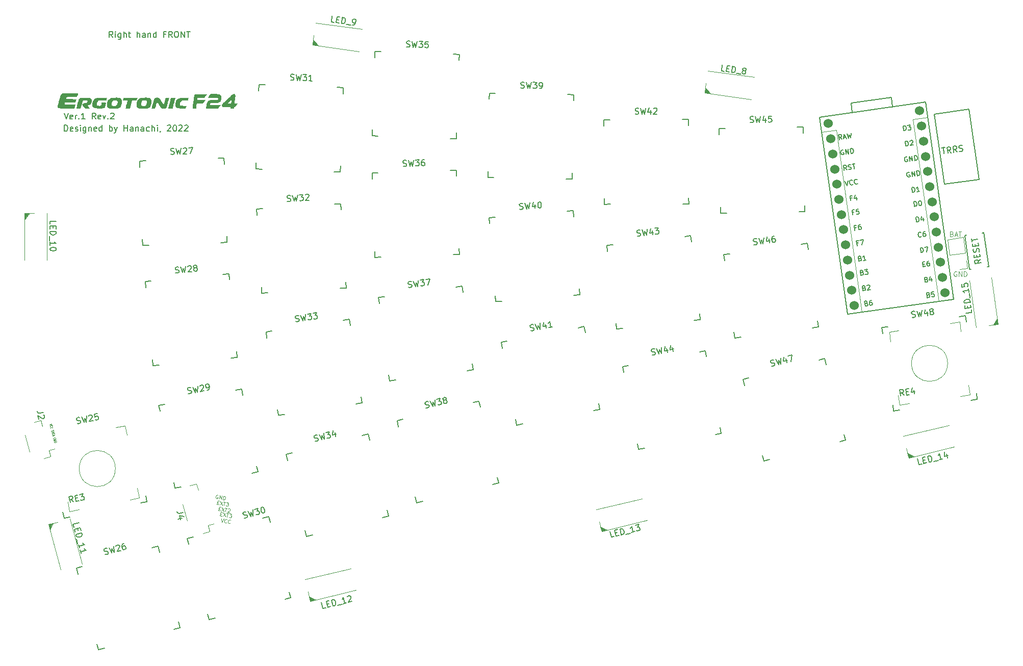
<source format=gbr>
%TF.GenerationSoftware,KiCad,Pcbnew,(6.0.5)*%
%TF.CreationDate,2022-07-12T17:30:17+09:00*%
%TF.ProjectId,ergotonic_f24-pcb-right,6572676f-746f-46e6-9963-5f6632342d70,rev?*%
%TF.SameCoordinates,Original*%
%TF.FileFunction,Legend,Top*%
%TF.FilePolarity,Positive*%
%FSLAX46Y46*%
G04 Gerber Fmt 4.6, Leading zero omitted, Abs format (unit mm)*
G04 Created by KiCad (PCBNEW (6.0.5)) date 2022-07-12 17:30:17*
%MOMM*%
%LPD*%
G01*
G04 APERTURE LIST*
%ADD10C,0.150000*%
%ADD11C,0.100000*%
%ADD12C,0.050000*%
%ADD13C,0.120000*%
%ADD14C,1.524000*%
G04 APERTURE END LIST*
D10*
X19098380Y-6294380D02*
X18765047Y-5818190D01*
X18526952Y-6294380D02*
X18526952Y-5294380D01*
X18907904Y-5294380D01*
X19003142Y-5342000D01*
X19050761Y-5389619D01*
X19098380Y-5484857D01*
X19098380Y-5627714D01*
X19050761Y-5722952D01*
X19003142Y-5770571D01*
X18907904Y-5818190D01*
X18526952Y-5818190D01*
X19526952Y-6294380D02*
X19526952Y-5627714D01*
X19526952Y-5294380D02*
X19479333Y-5342000D01*
X19526952Y-5389619D01*
X19574571Y-5342000D01*
X19526952Y-5294380D01*
X19526952Y-5389619D01*
X20431714Y-5627714D02*
X20431714Y-6437238D01*
X20384095Y-6532476D01*
X20336476Y-6580095D01*
X20241238Y-6627714D01*
X20098380Y-6627714D01*
X20003142Y-6580095D01*
X20431714Y-6246761D02*
X20336476Y-6294380D01*
X20146000Y-6294380D01*
X20050761Y-6246761D01*
X20003142Y-6199142D01*
X19955523Y-6103904D01*
X19955523Y-5818190D01*
X20003142Y-5722952D01*
X20050761Y-5675333D01*
X20146000Y-5627714D01*
X20336476Y-5627714D01*
X20431714Y-5675333D01*
X20907904Y-6294380D02*
X20907904Y-5294380D01*
X21336476Y-6294380D02*
X21336476Y-5770571D01*
X21288857Y-5675333D01*
X21193619Y-5627714D01*
X21050761Y-5627714D01*
X20955523Y-5675333D01*
X20907904Y-5722952D01*
X21669809Y-5627714D02*
X22050761Y-5627714D01*
X21812666Y-5294380D02*
X21812666Y-6151523D01*
X21860285Y-6246761D01*
X21955523Y-6294380D01*
X22050761Y-6294380D01*
X23146000Y-6294380D02*
X23146000Y-5294380D01*
X23574571Y-6294380D02*
X23574571Y-5770571D01*
X23526952Y-5675333D01*
X23431714Y-5627714D01*
X23288857Y-5627714D01*
X23193619Y-5675333D01*
X23146000Y-5722952D01*
X24479333Y-6294380D02*
X24479333Y-5770571D01*
X24431714Y-5675333D01*
X24336476Y-5627714D01*
X24146000Y-5627714D01*
X24050761Y-5675333D01*
X24479333Y-6246761D02*
X24384095Y-6294380D01*
X24146000Y-6294380D01*
X24050761Y-6246761D01*
X24003142Y-6151523D01*
X24003142Y-6056285D01*
X24050761Y-5961047D01*
X24146000Y-5913428D01*
X24384095Y-5913428D01*
X24479333Y-5865809D01*
X24955523Y-5627714D02*
X24955523Y-6294380D01*
X24955523Y-5722952D02*
X25003142Y-5675333D01*
X25098380Y-5627714D01*
X25241238Y-5627714D01*
X25336476Y-5675333D01*
X25384095Y-5770571D01*
X25384095Y-6294380D01*
X26288857Y-6294380D02*
X26288857Y-5294380D01*
X26288857Y-6246761D02*
X26193619Y-6294380D01*
X26003142Y-6294380D01*
X25907904Y-6246761D01*
X25860285Y-6199142D01*
X25812666Y-6103904D01*
X25812666Y-5818190D01*
X25860285Y-5722952D01*
X25907904Y-5675333D01*
X26003142Y-5627714D01*
X26193619Y-5627714D01*
X26288857Y-5675333D01*
X27860285Y-5770571D02*
X27526952Y-5770571D01*
X27526952Y-6294380D02*
X27526952Y-5294380D01*
X28003142Y-5294380D01*
X28955523Y-6294380D02*
X28622190Y-5818190D01*
X28384095Y-6294380D02*
X28384095Y-5294380D01*
X28765047Y-5294380D01*
X28860285Y-5342000D01*
X28907904Y-5389619D01*
X28955523Y-5484857D01*
X28955523Y-5627714D01*
X28907904Y-5722952D01*
X28860285Y-5770571D01*
X28765047Y-5818190D01*
X28384095Y-5818190D01*
X29574571Y-5294380D02*
X29765047Y-5294380D01*
X29860285Y-5342000D01*
X29955523Y-5437238D01*
X30003142Y-5627714D01*
X30003142Y-5961047D01*
X29955523Y-6151523D01*
X29860285Y-6246761D01*
X29765047Y-6294380D01*
X29574571Y-6294380D01*
X29479333Y-6246761D01*
X29384095Y-6151523D01*
X29336476Y-5961047D01*
X29336476Y-5627714D01*
X29384095Y-5437238D01*
X29479333Y-5342000D01*
X29574571Y-5294380D01*
X30431714Y-6294380D02*
X30431714Y-5294380D01*
X31003142Y-6294380D01*
X31003142Y-5294380D01*
X31336476Y-5294380D02*
X31907904Y-5294380D01*
X31622190Y-6294380D02*
X31622190Y-5294380D01*
D11*
X36684977Y-84505549D02*
X36881939Y-84540278D01*
X36911776Y-84864673D02*
X36630402Y-84815060D01*
X36734591Y-84224175D01*
X37015965Y-84273789D01*
X37212926Y-84308518D02*
X37502660Y-84968862D01*
X37606849Y-84377978D02*
X37108737Y-84899403D01*
X37747536Y-84402785D02*
X38085184Y-84462321D01*
X37812171Y-85023438D02*
X37916360Y-84432553D01*
X38244086Y-84548364D02*
X38277185Y-84525188D01*
X38338421Y-84506974D01*
X38479108Y-84531780D01*
X38530421Y-84569841D01*
X38553597Y-84602939D01*
X38571812Y-84664175D01*
X38561889Y-84720450D01*
X38518867Y-84799901D01*
X38121682Y-85078013D01*
X38487468Y-85142511D01*
D10*
X11009523Y-18852380D02*
X11342857Y-19852380D01*
X11676190Y-18852380D01*
X12390476Y-19804761D02*
X12295238Y-19852380D01*
X12104761Y-19852380D01*
X12009523Y-19804761D01*
X11961904Y-19709523D01*
X11961904Y-19328571D01*
X12009523Y-19233333D01*
X12104761Y-19185714D01*
X12295238Y-19185714D01*
X12390476Y-19233333D01*
X12438095Y-19328571D01*
X12438095Y-19423809D01*
X11961904Y-19519047D01*
X12866666Y-19852380D02*
X12866666Y-19185714D01*
X12866666Y-19376190D02*
X12914285Y-19280952D01*
X12961904Y-19233333D01*
X13057142Y-19185714D01*
X13152380Y-19185714D01*
X13485714Y-19757142D02*
X13533333Y-19804761D01*
X13485714Y-19852380D01*
X13438095Y-19804761D01*
X13485714Y-19757142D01*
X13485714Y-19852380D01*
X14485714Y-19852380D02*
X13914285Y-19852380D01*
X14200000Y-19852380D02*
X14200000Y-18852380D01*
X14104761Y-18995238D01*
X14009523Y-19090476D01*
X13914285Y-19138095D01*
X16247619Y-19852380D02*
X15914285Y-19376190D01*
X15676190Y-19852380D02*
X15676190Y-18852380D01*
X16057142Y-18852380D01*
X16152380Y-18900000D01*
X16200000Y-18947619D01*
X16247619Y-19042857D01*
X16247619Y-19185714D01*
X16200000Y-19280952D01*
X16152380Y-19328571D01*
X16057142Y-19376190D01*
X15676190Y-19376190D01*
X17057142Y-19804761D02*
X16961904Y-19852380D01*
X16771428Y-19852380D01*
X16676190Y-19804761D01*
X16628571Y-19709523D01*
X16628571Y-19328571D01*
X16676190Y-19233333D01*
X16771428Y-19185714D01*
X16961904Y-19185714D01*
X17057142Y-19233333D01*
X17104761Y-19328571D01*
X17104761Y-19423809D01*
X16628571Y-19519047D01*
X17438095Y-19185714D02*
X17676190Y-19852380D01*
X17914285Y-19185714D01*
X18295238Y-19757142D02*
X18342857Y-19804761D01*
X18295238Y-19852380D01*
X18247619Y-19804761D01*
X18295238Y-19757142D01*
X18295238Y-19852380D01*
X18723809Y-18947619D02*
X18771428Y-18900000D01*
X18866666Y-18852380D01*
X19104761Y-18852380D01*
X19200000Y-18900000D01*
X19247619Y-18947619D01*
X19295238Y-19042857D01*
X19295238Y-19138095D01*
X19247619Y-19280952D01*
X18676190Y-19852380D01*
X19295238Y-19852380D01*
X7593416Y-68537637D02*
X6889982Y-68661672D01*
X6741026Y-68639583D01*
X6630697Y-68562330D01*
X6558995Y-68429912D01*
X6542457Y-68336121D01*
X7574046Y-68976236D02*
X7629210Y-69014862D01*
X7692644Y-69100384D01*
X7733989Y-69334863D01*
X7703631Y-69436923D01*
X7665004Y-69492087D01*
X7579482Y-69555521D01*
X7485691Y-69572059D01*
X7336735Y-69549970D01*
X6674760Y-69086450D01*
X6782257Y-69696093D01*
D11*
X36938977Y-85394549D02*
X37135939Y-85429278D01*
X37165776Y-85753673D02*
X36884402Y-85704060D01*
X36988591Y-85113175D01*
X37269965Y-85162789D01*
X37466926Y-85197518D02*
X37756660Y-85857862D01*
X37860849Y-85266978D02*
X37362737Y-85788403D01*
X38001536Y-85291785D02*
X38339184Y-85351321D01*
X38066171Y-85912438D02*
X38170360Y-85321553D01*
X38479871Y-85376128D02*
X38845657Y-85440626D01*
X38609004Y-85630995D01*
X38693417Y-85645879D01*
X38744730Y-85683939D01*
X38767906Y-85717038D01*
X38786121Y-85778274D01*
X38761314Y-85918961D01*
X38723254Y-85970274D01*
X38690155Y-85993450D01*
X38628919Y-86011665D01*
X38460094Y-85981897D01*
X38408781Y-85943837D01*
X38385605Y-85910738D01*
D12*
X8939624Y-70399925D02*
X8579136Y-70600045D01*
X8991388Y-70593110D01*
X8712066Y-70948958D02*
X8689970Y-70940089D01*
X8660479Y-70903622D01*
X8653084Y-70876024D01*
X8660390Y-70829697D01*
X8689793Y-70792240D01*
X8722892Y-70768581D01*
X8792789Y-70735062D01*
X8847985Y-70720273D01*
X8925277Y-70714352D01*
X8965771Y-70718291D01*
X9009963Y-70736029D01*
X9039454Y-70772496D01*
X9046849Y-70800094D01*
X9039543Y-70846421D01*
X9024842Y-70865150D01*
X8789711Y-71238736D02*
X8767615Y-71229867D01*
X8738124Y-71193400D01*
X8730730Y-71165802D01*
X8738036Y-71119475D01*
X8767438Y-71082017D01*
X8800538Y-71058359D01*
X8870435Y-71024840D01*
X8925631Y-71010051D01*
X9002923Y-71004130D01*
X9043417Y-71008069D01*
X9087609Y-71025807D01*
X9117100Y-71062274D01*
X9124495Y-71089872D01*
X9117188Y-71136199D01*
X9102487Y-71154928D01*
X8845350Y-71593569D02*
X9231720Y-71490041D01*
X9250207Y-71559036D01*
X9242901Y-71605363D01*
X9213498Y-71642820D01*
X9180398Y-71666479D01*
X9110502Y-71699998D01*
X9055306Y-71714787D01*
X8978014Y-71720708D01*
X8937519Y-71716769D01*
X8893327Y-71699031D01*
X8863837Y-71662564D01*
X8845350Y-71593569D01*
X9029689Y-71839968D02*
X9066663Y-71977958D01*
X8911903Y-71841950D02*
X9324155Y-71835015D01*
X8963667Y-72035135D01*
X9364827Y-71986803D02*
X9409196Y-72152390D01*
X9000641Y-72173124D02*
X9387011Y-72069597D01*
X9155401Y-72309132D02*
X9192376Y-72447122D01*
X9037615Y-72311114D02*
X9449867Y-72304179D01*
X9089379Y-72504299D01*
X9583063Y-72874865D02*
X9594067Y-72842337D01*
X9582974Y-72800941D01*
X9553483Y-72764474D01*
X9509291Y-72746736D01*
X9468797Y-72742796D01*
X9391505Y-72748717D01*
X9336309Y-72763507D01*
X9266412Y-72797025D01*
X9233313Y-72820684D01*
X9203910Y-72858142D01*
X9196604Y-72904468D01*
X9203999Y-72932066D01*
X9233490Y-72968533D01*
X9255586Y-72977402D01*
X9384376Y-72942893D01*
X9369586Y-72887697D01*
X9252065Y-73111452D02*
X9638435Y-73007925D01*
X9296434Y-73277040D01*
X9682804Y-73173512D01*
X9333408Y-73415029D02*
X9719779Y-73311501D01*
X9738266Y-73380496D01*
X9730959Y-73426823D01*
X9701557Y-73464280D01*
X9668457Y-73487939D01*
X9598560Y-73521458D01*
X9543365Y-73536247D01*
X9466073Y-73542168D01*
X9425578Y-73538229D01*
X9381386Y-73520491D01*
X9351895Y-73484024D01*
X9333408Y-73415029D01*
D11*
X36430977Y-83489549D02*
X36627939Y-83524278D01*
X36657776Y-83848673D02*
X36376402Y-83799060D01*
X36480591Y-83208175D01*
X36761965Y-83257789D01*
X36958926Y-83292518D02*
X37248660Y-83952862D01*
X37352849Y-83361978D02*
X36854737Y-83883403D01*
X37493536Y-83386785D02*
X37831184Y-83446321D01*
X37558171Y-84007438D02*
X37662360Y-83416553D01*
X37971871Y-83471128D02*
X38337657Y-83535626D01*
X38101004Y-83725995D01*
X38185417Y-83740879D01*
X38236730Y-83778939D01*
X38259906Y-83812038D01*
X38278121Y-83873274D01*
X38253314Y-84013961D01*
X38215254Y-84065274D01*
X38182155Y-84088450D01*
X38120919Y-84106665D01*
X37952094Y-84076897D01*
X37900781Y-84038837D01*
X37877605Y-84005738D01*
D10*
X30781416Y-85176637D02*
X30077982Y-85300672D01*
X29929026Y-85278583D01*
X29818697Y-85201330D01*
X29746995Y-85068912D01*
X29730457Y-84975121D01*
X30610257Y-86125536D02*
X29953719Y-86241302D01*
X30944077Y-85824907D02*
X30199298Y-85714463D01*
X30306795Y-86324106D01*
D11*
X36558896Y-82302175D02*
X36507583Y-82264115D01*
X36423171Y-82249231D01*
X36333797Y-82262484D01*
X36267600Y-82308836D01*
X36229540Y-82360149D01*
X36181557Y-82467738D01*
X36166673Y-82552150D01*
X36174964Y-82669660D01*
X36193179Y-82730897D01*
X36239531Y-82797094D01*
X36318982Y-82840116D01*
X36375257Y-82850038D01*
X36464630Y-82836785D01*
X36497729Y-82813609D01*
X36532458Y-82616648D01*
X36419909Y-82596802D01*
X36741042Y-82914536D02*
X36845231Y-82323652D01*
X37078691Y-82974073D01*
X37182880Y-82383188D01*
X37360064Y-83023686D02*
X37464253Y-82432802D01*
X37604940Y-82457609D01*
X37684391Y-82500630D01*
X37730743Y-82566828D01*
X37748957Y-82628064D01*
X37757249Y-82745575D01*
X37742365Y-82829987D01*
X37694382Y-82937575D01*
X37656322Y-82988888D01*
X37590125Y-83035240D01*
X37500751Y-83048493D01*
X37360064Y-83023686D01*
X37115209Y-86151501D02*
X37207982Y-86777116D01*
X37509132Y-86220961D01*
X37949476Y-86849837D02*
X37916377Y-86873013D01*
X37827004Y-86886266D01*
X37770729Y-86876343D01*
X37691278Y-86833322D01*
X37644926Y-86767124D01*
X37626712Y-86705888D01*
X37618420Y-86588377D01*
X37633304Y-86503965D01*
X37681287Y-86396377D01*
X37719347Y-86345064D01*
X37785544Y-86298712D01*
X37874918Y-86285458D01*
X37931193Y-86295381D01*
X38010643Y-86338403D01*
X38033819Y-86371501D01*
X38540361Y-86954026D02*
X38507262Y-86977202D01*
X38417888Y-86990455D01*
X38361614Y-86980532D01*
X38282163Y-86937510D01*
X38235811Y-86871313D01*
X38217596Y-86810077D01*
X38209305Y-86692566D01*
X38224189Y-86608154D01*
X38272172Y-86500566D01*
X38310232Y-86449253D01*
X38376429Y-86402901D01*
X38465803Y-86389647D01*
X38522077Y-86399570D01*
X38601528Y-86442592D01*
X38624704Y-86475690D01*
X159190476Y-45200000D02*
X159114285Y-45161904D01*
X159000000Y-45161904D01*
X158885714Y-45200000D01*
X158809523Y-45276190D01*
X158771428Y-45352380D01*
X158733333Y-45504761D01*
X158733333Y-45619047D01*
X158771428Y-45771428D01*
X158809523Y-45847619D01*
X158885714Y-45923809D01*
X159000000Y-45961904D01*
X159076190Y-45961904D01*
X159190476Y-45923809D01*
X159228571Y-45885714D01*
X159228571Y-45619047D01*
X159076190Y-45619047D01*
X159571428Y-45961904D02*
X159571428Y-45161904D01*
X160028571Y-45961904D01*
X160028571Y-45161904D01*
X160409523Y-45961904D02*
X160409523Y-45161904D01*
X160600000Y-45161904D01*
X160714285Y-45200000D01*
X160790476Y-45276190D01*
X160828571Y-45352380D01*
X160866666Y-45504761D01*
X160866666Y-45619047D01*
X160828571Y-45771428D01*
X160790476Y-45847619D01*
X160714285Y-45923809D01*
X160600000Y-45961904D01*
X160409523Y-45961904D01*
D10*
X11061904Y-21852380D02*
X11061904Y-20852380D01*
X11299999Y-20852380D01*
X11442857Y-20900000D01*
X11538095Y-20995238D01*
X11585714Y-21090476D01*
X11633333Y-21280952D01*
X11633333Y-21423809D01*
X11585714Y-21614285D01*
X11538095Y-21709523D01*
X11442857Y-21804761D01*
X11299999Y-21852380D01*
X11061904Y-21852380D01*
X12442857Y-21804761D02*
X12347619Y-21852380D01*
X12157142Y-21852380D01*
X12061904Y-21804761D01*
X12014285Y-21709523D01*
X12014285Y-21328571D01*
X12061904Y-21233333D01*
X12157142Y-21185714D01*
X12347619Y-21185714D01*
X12442857Y-21233333D01*
X12490476Y-21328571D01*
X12490476Y-21423809D01*
X12014285Y-21519047D01*
X12871428Y-21804761D02*
X12966666Y-21852380D01*
X13157142Y-21852380D01*
X13252380Y-21804761D01*
X13299999Y-21709523D01*
X13299999Y-21661904D01*
X13252380Y-21566666D01*
X13157142Y-21519047D01*
X13014285Y-21519047D01*
X12919047Y-21471428D01*
X12871428Y-21376190D01*
X12871428Y-21328571D01*
X12919047Y-21233333D01*
X13014285Y-21185714D01*
X13157142Y-21185714D01*
X13252380Y-21233333D01*
X13728571Y-21852380D02*
X13728571Y-21185714D01*
X13728571Y-20852380D02*
X13680952Y-20900000D01*
X13728571Y-20947619D01*
X13776190Y-20900000D01*
X13728571Y-20852380D01*
X13728571Y-20947619D01*
X14633333Y-21185714D02*
X14633333Y-21995238D01*
X14585714Y-22090476D01*
X14538095Y-22138095D01*
X14442857Y-22185714D01*
X14299999Y-22185714D01*
X14204761Y-22138095D01*
X14633333Y-21804761D02*
X14538095Y-21852380D01*
X14347619Y-21852380D01*
X14252380Y-21804761D01*
X14204761Y-21757142D01*
X14157142Y-21661904D01*
X14157142Y-21376190D01*
X14204761Y-21280952D01*
X14252380Y-21233333D01*
X14347619Y-21185714D01*
X14538095Y-21185714D01*
X14633333Y-21233333D01*
X15109523Y-21185714D02*
X15109523Y-21852380D01*
X15109523Y-21280952D02*
X15157142Y-21233333D01*
X15252380Y-21185714D01*
X15395238Y-21185714D01*
X15490476Y-21233333D01*
X15538095Y-21328571D01*
X15538095Y-21852380D01*
X16395238Y-21804761D02*
X16299999Y-21852380D01*
X16109523Y-21852380D01*
X16014285Y-21804761D01*
X15966666Y-21709523D01*
X15966666Y-21328571D01*
X16014285Y-21233333D01*
X16109523Y-21185714D01*
X16299999Y-21185714D01*
X16395238Y-21233333D01*
X16442857Y-21328571D01*
X16442857Y-21423809D01*
X15966666Y-21519047D01*
X17300000Y-21852380D02*
X17300000Y-20852380D01*
X17300000Y-21804761D02*
X17204761Y-21852380D01*
X17014285Y-21852380D01*
X16919047Y-21804761D01*
X16871428Y-21757142D01*
X16823809Y-21661904D01*
X16823809Y-21376190D01*
X16871428Y-21280952D01*
X16919047Y-21233333D01*
X17014285Y-21185714D01*
X17204761Y-21185714D01*
X17300000Y-21233333D01*
X18538095Y-21852380D02*
X18538095Y-20852380D01*
X18538095Y-21233333D02*
X18633333Y-21185714D01*
X18823809Y-21185714D01*
X18919047Y-21233333D01*
X18966666Y-21280952D01*
X19014285Y-21376190D01*
X19014285Y-21661904D01*
X18966666Y-21757142D01*
X18919047Y-21804761D01*
X18823809Y-21852380D01*
X18633333Y-21852380D01*
X18538095Y-21804761D01*
X19347619Y-21185714D02*
X19585714Y-21852380D01*
X19823809Y-21185714D02*
X19585714Y-21852380D01*
X19490476Y-22090476D01*
X19442857Y-22138095D01*
X19347619Y-22185714D01*
X20966666Y-21852380D02*
X20966666Y-20852380D01*
X20966666Y-21328571D02*
X21538095Y-21328571D01*
X21538095Y-21852380D02*
X21538095Y-20852380D01*
X22442857Y-21852380D02*
X22442857Y-21328571D01*
X22395238Y-21233333D01*
X22300000Y-21185714D01*
X22109523Y-21185714D01*
X22014285Y-21233333D01*
X22442857Y-21804761D02*
X22347619Y-21852380D01*
X22109523Y-21852380D01*
X22014285Y-21804761D01*
X21966666Y-21709523D01*
X21966666Y-21614285D01*
X22014285Y-21519047D01*
X22109523Y-21471428D01*
X22347619Y-21471428D01*
X22442857Y-21423809D01*
X22919047Y-21185714D02*
X22919047Y-21852380D01*
X22919047Y-21280952D02*
X22966666Y-21233333D01*
X23061904Y-21185714D01*
X23204761Y-21185714D01*
X23300000Y-21233333D01*
X23347619Y-21328571D01*
X23347619Y-21852380D01*
X24252380Y-21852380D02*
X24252380Y-21328571D01*
X24204761Y-21233333D01*
X24109523Y-21185714D01*
X23919047Y-21185714D01*
X23823809Y-21233333D01*
X24252380Y-21804761D02*
X24157142Y-21852380D01*
X23919047Y-21852380D01*
X23823809Y-21804761D01*
X23776190Y-21709523D01*
X23776190Y-21614285D01*
X23823809Y-21519047D01*
X23919047Y-21471428D01*
X24157142Y-21471428D01*
X24252380Y-21423809D01*
X25157142Y-21804761D02*
X25061904Y-21852380D01*
X24871428Y-21852380D01*
X24776190Y-21804761D01*
X24728571Y-21757142D01*
X24680952Y-21661904D01*
X24680952Y-21376190D01*
X24728571Y-21280952D01*
X24776190Y-21233333D01*
X24871428Y-21185714D01*
X25061904Y-21185714D01*
X25157142Y-21233333D01*
X25585714Y-21852380D02*
X25585714Y-20852380D01*
X26014285Y-21852380D02*
X26014285Y-21328571D01*
X25966666Y-21233333D01*
X25871428Y-21185714D01*
X25728571Y-21185714D01*
X25633333Y-21233333D01*
X25585714Y-21280952D01*
X26490476Y-21852380D02*
X26490476Y-21185714D01*
X26490476Y-20852380D02*
X26442857Y-20900000D01*
X26490476Y-20947619D01*
X26538095Y-20900000D01*
X26490476Y-20852380D01*
X26490476Y-20947619D01*
X27014285Y-21804761D02*
X27014285Y-21852380D01*
X26966666Y-21947619D01*
X26919047Y-21995238D01*
X28157142Y-20947619D02*
X28204761Y-20900000D01*
X28299999Y-20852380D01*
X28538095Y-20852380D01*
X28633333Y-20900000D01*
X28680952Y-20947619D01*
X28728571Y-21042857D01*
X28728571Y-21138095D01*
X28680952Y-21280952D01*
X28109523Y-21852380D01*
X28728571Y-21852380D01*
X29347619Y-20852380D02*
X29442857Y-20852380D01*
X29538095Y-20900000D01*
X29585714Y-20947619D01*
X29633333Y-21042857D01*
X29680952Y-21233333D01*
X29680952Y-21471428D01*
X29633333Y-21661904D01*
X29585714Y-21757142D01*
X29538095Y-21804761D01*
X29442857Y-21852380D01*
X29347619Y-21852380D01*
X29252380Y-21804761D01*
X29204761Y-21757142D01*
X29157142Y-21661904D01*
X29109523Y-21471428D01*
X29109523Y-21233333D01*
X29157142Y-21042857D01*
X29204761Y-20947619D01*
X29252380Y-20900000D01*
X29347619Y-20852380D01*
X30061904Y-20947619D02*
X30109523Y-20900000D01*
X30204761Y-20852380D01*
X30442857Y-20852380D01*
X30538095Y-20900000D01*
X30585714Y-20947619D01*
X30633333Y-21042857D01*
X30633333Y-21138095D01*
X30585714Y-21280952D01*
X30014285Y-21852380D01*
X30633333Y-21852380D01*
X31014285Y-20947619D02*
X31061904Y-20900000D01*
X31157142Y-20852380D01*
X31395238Y-20852380D01*
X31490476Y-20900000D01*
X31538095Y-20947619D01*
X31585714Y-21042857D01*
X31585714Y-21138095D01*
X31538095Y-21280952D01*
X30966666Y-21852380D01*
X31585714Y-21852380D01*
D11*
X158409523Y-38942857D02*
X158523809Y-38980952D01*
X158561904Y-39019047D01*
X158600000Y-39095238D01*
X158600000Y-39209523D01*
X158561904Y-39285714D01*
X158523809Y-39323809D01*
X158447619Y-39361904D01*
X158142857Y-39361904D01*
X158142857Y-38561904D01*
X158409523Y-38561904D01*
X158485714Y-38600000D01*
X158523809Y-38638095D01*
X158561904Y-38714285D01*
X158561904Y-38790476D01*
X158523809Y-38866666D01*
X158485714Y-38904761D01*
X158409523Y-38942857D01*
X158142857Y-38942857D01*
X158904761Y-39133333D02*
X159285714Y-39133333D01*
X158828571Y-39361904D02*
X159095238Y-38561904D01*
X159361904Y-39361904D01*
X159514285Y-38561904D02*
X159971428Y-38561904D01*
X159742857Y-39361904D02*
X159742857Y-38561904D01*
D10*
%TO.C,SW26*%
X17824586Y-92136252D02*
X17974917Y-92144985D01*
X18204780Y-92082920D01*
X18284313Y-92012122D01*
X18317873Y-91953736D01*
X18339019Y-91849377D01*
X18314193Y-91757432D01*
X18243395Y-91677900D01*
X18185009Y-91644340D01*
X18080650Y-91623193D01*
X17884346Y-91626872D01*
X17779988Y-91605726D01*
X17721602Y-91572166D01*
X17650804Y-91492634D01*
X17625978Y-91400688D01*
X17647124Y-91296330D01*
X17680684Y-91237944D01*
X17760216Y-91167145D01*
X17990080Y-91105080D01*
X18140411Y-91113814D01*
X18449807Y-90980950D02*
X18940344Y-91884312D01*
X18938040Y-91145070D01*
X19308126Y-91785008D01*
X19277316Y-90757516D01*
X19623951Y-90762571D02*
X19657511Y-90704185D01*
X19737043Y-90633386D01*
X19966907Y-90571321D01*
X20071266Y-90592468D01*
X20129651Y-90626028D01*
X20200450Y-90705560D01*
X20225276Y-90797506D01*
X20216542Y-90947837D01*
X19813826Y-91648465D01*
X20411471Y-91487096D01*
X20978307Y-90298235D02*
X20794416Y-90347887D01*
X20714884Y-90418686D01*
X20681324Y-90477072D01*
X20626617Y-90639816D01*
X20630297Y-90836120D01*
X20729601Y-91203901D01*
X20800399Y-91283434D01*
X20858785Y-91316994D01*
X20963144Y-91338140D01*
X21147035Y-91288488D01*
X21226567Y-91217690D01*
X21260127Y-91159304D01*
X21281273Y-91054945D01*
X21219208Y-90825082D01*
X21148410Y-90745549D01*
X21090024Y-90711990D01*
X20985666Y-90690843D01*
X20801775Y-90740495D01*
X20722242Y-90811294D01*
X20688682Y-90869679D01*
X20667536Y-90974038D01*
%TO.C,U2*%
X152183943Y-34356232D02*
X152072605Y-33564017D01*
X152261227Y-33537508D01*
X152379703Y-33559327D01*
X152465755Y-33624172D01*
X152514083Y-33694320D01*
X152573015Y-33839916D01*
X152588921Y-33953089D01*
X152572404Y-34109289D01*
X152545283Y-34190040D01*
X152480437Y-34276092D01*
X152372566Y-34329722D01*
X152183943Y-34356232D01*
X153015717Y-33431471D02*
X153091166Y-33420868D01*
X153171917Y-33447989D01*
X153214943Y-33480411D01*
X153263271Y-33550558D01*
X153322203Y-33696155D01*
X153348712Y-33884777D01*
X153332195Y-34040977D01*
X153305074Y-34121728D01*
X153272652Y-34164754D01*
X153202505Y-34213082D01*
X153127056Y-34223686D01*
X153046305Y-34196565D01*
X153003278Y-34164142D01*
X152954950Y-34093995D01*
X152896018Y-33948399D01*
X152869509Y-33759777D01*
X152886026Y-33603577D01*
X152913147Y-33522826D01*
X152945570Y-33479800D01*
X153015717Y-33431471D01*
X143494097Y-45335767D02*
X143612572Y-45357586D01*
X143655598Y-45390009D01*
X143703926Y-45460156D01*
X143719832Y-45573330D01*
X143692711Y-45654080D01*
X143660288Y-45697107D01*
X143590141Y-45745435D01*
X143288345Y-45787850D01*
X143177007Y-44995635D01*
X143441078Y-44958522D01*
X143521829Y-44985643D01*
X143564855Y-45018066D01*
X143613184Y-45088213D01*
X143623787Y-45163662D01*
X143596666Y-45244413D01*
X143564244Y-45287439D01*
X143494097Y-45335767D01*
X143230025Y-45372880D01*
X143893772Y-44894900D02*
X144384191Y-44825977D01*
X144162534Y-45164885D01*
X144275707Y-45148980D01*
X144356458Y-45176101D01*
X144399484Y-45208523D01*
X144447813Y-45278671D01*
X144474322Y-45467293D01*
X144447201Y-45548044D01*
X144414778Y-45591070D01*
X144344631Y-45639398D01*
X144118284Y-45671209D01*
X144037533Y-45644088D01*
X143994507Y-45611666D01*
X151340738Y-28688722D02*
X151259987Y-28661601D01*
X151146814Y-28677506D01*
X151038942Y-28731136D01*
X150974097Y-28817189D01*
X150946976Y-28897940D01*
X150930459Y-29054140D01*
X150946364Y-29167313D01*
X151005296Y-29312909D01*
X151053624Y-29383056D01*
X151139677Y-29447902D01*
X151258152Y-29469721D01*
X151333601Y-29459117D01*
X151441473Y-29405487D01*
X151473896Y-29362461D01*
X151436783Y-29098389D01*
X151285885Y-29119597D01*
X151824020Y-29390193D02*
X151712681Y-28597979D01*
X152276714Y-29326571D01*
X152165375Y-28534357D01*
X152653959Y-29273553D02*
X152542620Y-28481338D01*
X152731243Y-28454829D01*
X152849718Y-28476648D01*
X152935771Y-28541494D01*
X152984099Y-28611641D01*
X153043031Y-28757237D01*
X153058936Y-28870410D01*
X153042419Y-29026610D01*
X153015298Y-29107361D01*
X152950453Y-29193414D01*
X152842581Y-29247044D01*
X152653959Y-29273553D01*
X142501228Y-37860556D02*
X142237157Y-37897668D01*
X142295477Y-38312638D02*
X142184138Y-37520423D01*
X142561383Y-37467405D01*
X143202700Y-37377274D02*
X143051802Y-37398481D01*
X142981655Y-37446809D01*
X142949232Y-37489836D01*
X142889689Y-37613613D01*
X142873171Y-37769813D01*
X142915586Y-38071609D01*
X142963914Y-38141756D01*
X143006941Y-38174179D01*
X143087691Y-38201299D01*
X143238589Y-38180092D01*
X143308737Y-38131764D01*
X143341159Y-38088738D01*
X143368280Y-38007987D01*
X143341771Y-37819364D01*
X143293443Y-37749217D01*
X143250416Y-37716794D01*
X143169666Y-37689674D01*
X143018768Y-37710881D01*
X142948620Y-37759209D01*
X142916198Y-37802235D01*
X142889077Y-37882986D01*
X154516222Y-49035174D02*
X154634697Y-49056993D01*
X154677723Y-49089416D01*
X154726051Y-49159563D01*
X154741957Y-49272737D01*
X154714836Y-49353487D01*
X154682413Y-49396514D01*
X154612266Y-49444842D01*
X154310470Y-49487257D01*
X154199132Y-48695042D01*
X154463203Y-48657929D01*
X154543954Y-48685050D01*
X154586980Y-48717473D01*
X154635309Y-48787620D01*
X154645912Y-48863069D01*
X154618791Y-48943820D01*
X154586369Y-48986846D01*
X154516222Y-49035174D01*
X154252150Y-49072287D01*
X155368591Y-48530685D02*
X154991346Y-48583704D01*
X155006640Y-48966251D01*
X155039063Y-48923224D01*
X155109210Y-48874896D01*
X155297832Y-48848387D01*
X155378583Y-48875508D01*
X155421609Y-48907930D01*
X155469938Y-48978078D01*
X155496447Y-49166700D01*
X155469326Y-49247451D01*
X155436903Y-49290477D01*
X155366756Y-49338805D01*
X155178134Y-49365314D01*
X155097383Y-49338194D01*
X155054356Y-49305771D01*
X140606541Y-30127390D02*
X140981951Y-30882492D01*
X141134684Y-30053164D01*
X141952185Y-30669195D02*
X141919762Y-30712221D01*
X141811890Y-30765851D01*
X141736441Y-30776455D01*
X141617966Y-30754636D01*
X141531913Y-30689791D01*
X141483585Y-30619644D01*
X141424653Y-30474047D01*
X141408748Y-30360874D01*
X141425265Y-30204674D01*
X141452386Y-30123923D01*
X141517231Y-30037871D01*
X141625103Y-29984241D01*
X141700552Y-29973637D01*
X141819027Y-29995456D01*
X141862054Y-30027879D01*
X142744399Y-30557857D02*
X142711977Y-30600883D01*
X142604105Y-30654513D01*
X142528656Y-30665117D01*
X142410181Y-30643298D01*
X142324128Y-30578452D01*
X142275800Y-30508305D01*
X142216868Y-30362709D01*
X142200962Y-30249535D01*
X142217480Y-30093336D01*
X142244600Y-30012585D01*
X142309446Y-29926532D01*
X142417317Y-29872902D01*
X142492766Y-29862298D01*
X142611242Y-29884117D01*
X142654268Y-29916540D01*
X150775464Y-24334385D02*
X150664126Y-23542170D01*
X150852748Y-23515661D01*
X150971224Y-23537480D01*
X151057276Y-23602325D01*
X151105604Y-23672473D01*
X151164536Y-23818069D01*
X151180442Y-23931242D01*
X151163925Y-24087442D01*
X151136804Y-24168193D01*
X151071958Y-24254245D01*
X150964087Y-24307875D01*
X150775464Y-24334385D01*
X151429219Y-23511583D02*
X151461642Y-23468556D01*
X151531789Y-23420228D01*
X151720412Y-23393719D01*
X151801162Y-23420840D01*
X151844189Y-23453262D01*
X151892517Y-23523410D01*
X151903121Y-23598859D01*
X151881302Y-23717334D01*
X151492230Y-24233650D01*
X151982648Y-24164726D01*
X143162692Y-42977685D02*
X143281167Y-42999504D01*
X143324193Y-43031927D01*
X143372521Y-43102074D01*
X143388427Y-43215248D01*
X143361306Y-43295998D01*
X143328883Y-43339025D01*
X143258736Y-43387353D01*
X142956940Y-43429768D01*
X142845602Y-42637553D01*
X143109673Y-42600440D01*
X143190424Y-42627561D01*
X143233450Y-42659984D01*
X143281779Y-42730131D01*
X143292382Y-42805580D01*
X143265261Y-42886331D01*
X143232839Y-42929357D01*
X143162692Y-42977685D01*
X142898620Y-43014798D01*
X144164124Y-43260109D02*
X143711430Y-43323731D01*
X143937777Y-43291920D02*
X143826439Y-42499706D01*
X143766895Y-42623483D01*
X143702050Y-42709535D01*
X143631903Y-42757864D01*
X154157198Y-46480586D02*
X154275673Y-46502405D01*
X154318699Y-46534828D01*
X154367027Y-46604975D01*
X154382933Y-46718149D01*
X154355812Y-46798899D01*
X154323389Y-46841926D01*
X154253242Y-46890254D01*
X153951446Y-46932669D01*
X153840108Y-46140454D01*
X154104179Y-46103341D01*
X154184930Y-46130462D01*
X154227956Y-46162885D01*
X154276285Y-46233032D01*
X154286888Y-46308481D01*
X154259767Y-46389232D01*
X154227345Y-46432258D01*
X154157198Y-46480586D01*
X153893126Y-46517699D01*
X155008955Y-46245471D02*
X155083181Y-46773614D01*
X154777918Y-45970184D02*
X154668823Y-46562560D01*
X155159242Y-46493637D01*
X142860252Y-40415145D02*
X142596181Y-40452257D01*
X142654501Y-40867227D02*
X142543162Y-40075012D01*
X142920407Y-40021994D01*
X143146754Y-39990183D02*
X143674897Y-39915957D01*
X143446715Y-40755888D01*
X152542967Y-36910821D02*
X152431629Y-36118606D01*
X152620251Y-36092097D01*
X152738727Y-36113916D01*
X152824779Y-36178761D01*
X152873107Y-36248909D01*
X152932039Y-36394505D01*
X152947945Y-36507678D01*
X152931428Y-36663878D01*
X152904307Y-36744629D01*
X152839461Y-36830681D01*
X152731590Y-36884311D01*
X152542967Y-36910821D01*
X153600476Y-36223623D02*
X153674702Y-36751766D01*
X153369439Y-35948336D02*
X153260344Y-36540712D01*
X153750763Y-36471789D01*
X150416440Y-21779796D02*
X150305102Y-20987581D01*
X150493724Y-20961072D01*
X150612200Y-20982891D01*
X150698252Y-21047736D01*
X150746580Y-21117884D01*
X150805512Y-21263480D01*
X150821418Y-21376653D01*
X150804901Y-21532853D01*
X150777780Y-21613604D01*
X150712934Y-21699656D01*
X150605063Y-21753286D01*
X150416440Y-21779796D01*
X151021867Y-20886846D02*
X151512286Y-20817923D01*
X151290629Y-21156831D01*
X151403802Y-21140926D01*
X151484553Y-21168047D01*
X151527579Y-21200469D01*
X151575908Y-21270617D01*
X151602417Y-21459239D01*
X151575296Y-21539990D01*
X151542873Y-21583016D01*
X151472726Y-21631344D01*
X151246379Y-21663155D01*
X151165628Y-21636034D01*
X151122602Y-21603612D01*
X140150089Y-23184264D02*
X139832999Y-22844132D01*
X139697395Y-23247886D02*
X139586056Y-22455671D01*
X139887852Y-22413257D01*
X139968603Y-22440378D01*
X140011629Y-22472800D01*
X140059958Y-22542947D01*
X140075863Y-22656121D01*
X140048742Y-22736872D01*
X140016320Y-22779898D01*
X139946172Y-22828226D01*
X139644376Y-22870641D01*
X140420074Y-22915502D02*
X140797319Y-22862484D01*
X140376436Y-23152453D02*
X140529169Y-22323126D01*
X140904579Y-23078227D01*
X140981863Y-22259504D02*
X141281824Y-23025209D01*
X141353194Y-22438134D01*
X141583620Y-22982794D01*
X141660904Y-22164071D01*
X140981310Y-28277537D02*
X140664220Y-27937405D01*
X140528616Y-28341159D02*
X140417278Y-27548945D01*
X140719074Y-27506530D01*
X140799825Y-27533651D01*
X140842851Y-27566074D01*
X140891179Y-27636221D01*
X140907085Y-27749394D01*
X140879964Y-27830145D01*
X140847541Y-27873171D01*
X140777394Y-27921500D01*
X140475598Y-27963914D01*
X141277804Y-28197398D02*
X141396280Y-28219217D01*
X141584902Y-28192708D01*
X141655049Y-28144380D01*
X141687472Y-28101353D01*
X141714593Y-28020603D01*
X141703989Y-27945154D01*
X141655661Y-27875007D01*
X141612635Y-27842584D01*
X141531884Y-27815463D01*
X141375684Y-27798946D01*
X141294933Y-27771825D01*
X141251907Y-27739402D01*
X141203579Y-27669255D01*
X141192975Y-27593806D01*
X141220096Y-27513055D01*
X141252519Y-27470029D01*
X141322666Y-27421701D01*
X141511288Y-27395192D01*
X141629763Y-27417011D01*
X141850809Y-27347475D02*
X142303503Y-27283853D01*
X142188494Y-28107879D02*
X142077156Y-27315664D01*
X140346489Y-24992316D02*
X140265738Y-24965195D01*
X140152565Y-24981100D01*
X140044693Y-25034730D01*
X139979848Y-25120783D01*
X139952727Y-25201534D01*
X139936210Y-25357734D01*
X139952115Y-25470907D01*
X140011047Y-25616503D01*
X140059375Y-25686650D01*
X140145428Y-25751496D01*
X140263903Y-25773315D01*
X140339352Y-25762711D01*
X140447224Y-25709081D01*
X140479647Y-25666055D01*
X140442534Y-25401983D01*
X140291636Y-25423191D01*
X140829771Y-25693787D02*
X140718432Y-24901573D01*
X141282465Y-25630165D01*
X141171126Y-24837951D01*
X141659710Y-25577147D02*
X141548371Y-24784932D01*
X141736994Y-24758423D01*
X141855469Y-24780242D01*
X141941522Y-24845088D01*
X141989850Y-24915235D01*
X142048782Y-25060831D01*
X142064687Y-25174004D01*
X142048170Y-25330204D01*
X142021049Y-25410955D01*
X141956204Y-25497008D01*
X141848332Y-25550638D01*
X141659710Y-25577147D01*
X150940738Y-26137134D02*
X150859987Y-26110013D01*
X150746814Y-26125918D01*
X150638942Y-26179548D01*
X150574097Y-26265601D01*
X150546976Y-26346352D01*
X150530459Y-26502552D01*
X150546364Y-26615725D01*
X150605296Y-26761321D01*
X150653624Y-26831468D01*
X150739677Y-26896314D01*
X150858152Y-26918133D01*
X150933601Y-26907529D01*
X151041473Y-26853899D01*
X151073896Y-26810873D01*
X151036783Y-26546801D01*
X150885885Y-26568009D01*
X151424020Y-26838605D02*
X151312681Y-26046391D01*
X151876714Y-26774983D01*
X151765375Y-25982769D01*
X152253959Y-26721965D02*
X152142620Y-25929750D01*
X152331243Y-25903241D01*
X152449718Y-25925060D01*
X152535771Y-25989906D01*
X152584099Y-26060053D01*
X152643031Y-26205649D01*
X152658936Y-26318822D01*
X152642419Y-26475022D01*
X152615298Y-26555773D01*
X152550453Y-26641826D01*
X152442581Y-26695456D01*
X152253959Y-26721965D01*
X142142203Y-35305968D02*
X141878132Y-35343080D01*
X141936452Y-35758050D02*
X141825113Y-34965835D01*
X142202358Y-34912817D01*
X142881399Y-34817384D02*
X142504154Y-34870402D01*
X142519448Y-35252949D01*
X142551871Y-35209923D01*
X142622018Y-35161595D01*
X142810641Y-35135086D01*
X142891391Y-35162206D01*
X142934418Y-35194629D01*
X142982746Y-35264776D01*
X143009255Y-35453399D01*
X142982134Y-35534150D01*
X142949712Y-35577176D01*
X142879564Y-35625504D01*
X142690942Y-35652013D01*
X142610191Y-35624892D01*
X142567165Y-35592470D01*
X153571827Y-43957808D02*
X153835898Y-43920695D01*
X154007392Y-44319759D02*
X153630147Y-44372778D01*
X153518808Y-43580563D01*
X153896053Y-43527545D01*
X154575094Y-43432112D02*
X154424196Y-43453319D01*
X154354049Y-43501648D01*
X154321626Y-43544674D01*
X154262083Y-43668451D01*
X154245566Y-43824651D01*
X154287980Y-44126447D01*
X154336308Y-44196594D01*
X154379335Y-44229017D01*
X154460086Y-44256137D01*
X154610984Y-44234930D01*
X154681131Y-44186602D01*
X154713553Y-44143576D01*
X154740674Y-44062825D01*
X154714165Y-43874202D01*
X154665837Y-43804055D01*
X154622811Y-43771633D01*
X154542060Y-43744512D01*
X154391162Y-43765719D01*
X154321015Y-43814047D01*
X154288592Y-43857074D01*
X154261471Y-43937824D01*
X151852536Y-31998151D02*
X151741198Y-31205936D01*
X151929820Y-31179427D01*
X152048296Y-31201246D01*
X152134348Y-31266091D01*
X152182676Y-31336239D01*
X152241608Y-31481835D01*
X152257514Y-31595008D01*
X152240997Y-31751208D01*
X152213876Y-31831959D01*
X152149030Y-31918011D01*
X152041159Y-31971641D01*
X151852536Y-31998151D01*
X153059720Y-31828492D02*
X152607026Y-31892114D01*
X152833373Y-31860303D02*
X152722035Y-31068089D01*
X152662491Y-31191866D01*
X152597646Y-31277918D01*
X152527499Y-31326247D01*
X144212145Y-50444944D02*
X144330620Y-50466763D01*
X144373646Y-50499186D01*
X144421974Y-50569333D01*
X144437880Y-50682507D01*
X144410759Y-50763257D01*
X144378336Y-50806284D01*
X144308189Y-50854612D01*
X144006393Y-50897027D01*
X143895055Y-50104812D01*
X144159126Y-50067699D01*
X144239877Y-50094820D01*
X144282903Y-50127243D01*
X144331232Y-50197390D01*
X144341835Y-50272839D01*
X144314714Y-50353590D01*
X144282292Y-50396616D01*
X144212145Y-50444944D01*
X143948073Y-50482057D01*
X145026790Y-49945757D02*
X144875892Y-49966965D01*
X144805744Y-50015293D01*
X144773322Y-50058319D01*
X144713778Y-50182096D01*
X144697261Y-50338296D01*
X144739676Y-50640092D01*
X144788004Y-50710239D01*
X144831030Y-50742662D01*
X144911781Y-50769783D01*
X145062679Y-50748575D01*
X145132826Y-50700247D01*
X145165249Y-50657221D01*
X145192370Y-50576470D01*
X145165861Y-50387848D01*
X145117532Y-50317700D01*
X145074506Y-50285278D01*
X144993755Y-50258157D01*
X144842857Y-50279364D01*
X144772710Y-50327692D01*
X144740287Y-50370719D01*
X144713167Y-50451470D01*
X153344082Y-39326339D02*
X153311659Y-39369365D01*
X153203787Y-39422995D01*
X153128338Y-39433599D01*
X153009863Y-39411780D01*
X152923810Y-39346934D01*
X152875482Y-39276787D01*
X152816550Y-39131191D01*
X152800645Y-39018017D01*
X152817162Y-38861818D01*
X152844283Y-38781067D01*
X152909128Y-38695014D01*
X153017000Y-38641384D01*
X153092449Y-38630781D01*
X153210924Y-38652600D01*
X153253950Y-38685022D01*
X153922388Y-38514140D02*
X153771490Y-38535348D01*
X153701342Y-38583676D01*
X153668920Y-38626702D01*
X153609376Y-38750479D01*
X153592859Y-38906679D01*
X153635274Y-39208475D01*
X153683602Y-39278622D01*
X153726628Y-39311045D01*
X153807379Y-39338166D01*
X153958277Y-39316958D01*
X154028424Y-39268630D01*
X154060847Y-39225604D01*
X154087968Y-39144853D01*
X154061459Y-38956231D01*
X154013130Y-38886083D01*
X153970104Y-38853661D01*
X153889353Y-38826540D01*
X153738455Y-38847747D01*
X153668308Y-38896075D01*
X153635885Y-38939102D01*
X153608765Y-39019853D01*
X143853121Y-47890356D02*
X143971596Y-47912175D01*
X144014622Y-47944598D01*
X144062950Y-48014745D01*
X144078856Y-48127919D01*
X144051735Y-48208669D01*
X144019312Y-48251696D01*
X143949165Y-48300024D01*
X143647369Y-48342439D01*
X143536031Y-47550224D01*
X143800102Y-47513111D01*
X143880853Y-47540232D01*
X143923879Y-47572655D01*
X143972208Y-47642802D01*
X143982811Y-47718251D01*
X143955690Y-47799002D01*
X143923268Y-47842028D01*
X143853121Y-47890356D01*
X143589049Y-47927469D01*
X144301124Y-47519637D02*
X144333547Y-47476610D01*
X144403694Y-47428282D01*
X144592317Y-47401773D01*
X144673067Y-47428894D01*
X144716094Y-47461316D01*
X144764422Y-47531464D01*
X144775026Y-47606913D01*
X144753207Y-47725388D01*
X144364135Y-48241704D01*
X144854553Y-48172780D01*
X141810798Y-32947886D02*
X141546727Y-32984998D01*
X141605047Y-33399968D02*
X141493708Y-32607753D01*
X141870953Y-32554735D01*
X142549383Y-32728675D02*
X142623608Y-33256818D01*
X142318346Y-32453389D02*
X142209251Y-33045765D01*
X142699669Y-32976841D01*
X153261015Y-42019998D02*
X153149677Y-41227783D01*
X153338299Y-41201274D01*
X153456775Y-41223093D01*
X153542827Y-41287938D01*
X153591155Y-41358086D01*
X153650087Y-41503682D01*
X153665993Y-41616855D01*
X153649476Y-41773055D01*
X153622355Y-41853806D01*
X153557509Y-41939858D01*
X153449638Y-41993488D01*
X153261015Y-42019998D01*
X153866442Y-41127048D02*
X154394585Y-41052823D01*
X154166403Y-41892754D01*
%TO.C,SW33*%
X49511911Y-53461367D02*
X49660242Y-53487321D01*
X49895716Y-53452088D01*
X49982859Y-53390899D01*
X50022907Y-53336758D01*
X50055908Y-53235522D01*
X50041814Y-53141332D01*
X49980626Y-53054189D01*
X49926484Y-53014141D01*
X49825248Y-52981140D01*
X49629822Y-52962232D01*
X49528586Y-52929231D01*
X49474445Y-52889183D01*
X49413256Y-52802040D01*
X49399163Y-52707851D01*
X49432164Y-52606614D01*
X49472212Y-52552473D01*
X49559355Y-52491285D01*
X49794829Y-52456051D01*
X49943160Y-52482005D01*
X50265776Y-52385583D02*
X50649232Y-53339339D01*
X50731910Y-52604731D01*
X51025990Y-53282965D01*
X51113482Y-52258741D01*
X51396051Y-52216461D02*
X52008282Y-52124853D01*
X51734993Y-52550938D01*
X51876278Y-52529798D01*
X51977514Y-52562799D01*
X52031655Y-52602847D01*
X52092844Y-52689990D01*
X52128077Y-52925464D01*
X52095076Y-53026700D01*
X52055028Y-53080842D01*
X51967885Y-53142030D01*
X51685317Y-53184311D01*
X51584081Y-53151309D01*
X51529939Y-53111261D01*
X52337946Y-52075526D02*
X52950178Y-51983918D01*
X52676889Y-52410003D01*
X52818173Y-52388863D01*
X52919409Y-52421864D01*
X52973551Y-52461912D01*
X53034739Y-52549055D01*
X53069973Y-52784529D01*
X53036972Y-52885765D01*
X52996924Y-52939907D01*
X52909781Y-53001095D01*
X52627212Y-53043375D01*
X52525976Y-53010374D01*
X52471834Y-52970326D01*
%TO.C,LED_11*%
X12636807Y-87618221D02*
X12512596Y-87158516D01*
X13477978Y-86897674D01*
X13229430Y-87803384D02*
X13316377Y-88125178D01*
X12847964Y-88399721D02*
X12723754Y-87940015D01*
X13689136Y-87679174D01*
X13813346Y-88138879D01*
X12959753Y-88813456D02*
X13925135Y-88552614D01*
X13987240Y-88782467D01*
X13978533Y-88932800D01*
X13911434Y-89049583D01*
X13831913Y-89120395D01*
X13660452Y-89216050D01*
X13522541Y-89253313D01*
X13326237Y-89257027D01*
X13221875Y-89235898D01*
X13105092Y-89168799D01*
X13021858Y-89043308D01*
X12959753Y-88813456D01*
X13066549Y-89573827D02*
X13265285Y-90309355D01*
X13555963Y-91020042D02*
X13406910Y-90468396D01*
X13481436Y-90744219D02*
X14446818Y-90483377D01*
X14284064Y-90428699D01*
X14167281Y-90361600D01*
X14096469Y-90282080D01*
X13804383Y-91939453D02*
X13655331Y-91387807D01*
X13729857Y-91663630D02*
X14695238Y-91402788D01*
X14532485Y-91348110D01*
X14415702Y-91281011D01*
X14344889Y-91201491D01*
%TO.C,SW36*%
X67298415Y-27665502D02*
X67442862Y-27708056D01*
X67680809Y-27699663D01*
X67774310Y-27648717D01*
X67820221Y-27599449D01*
X67864453Y-27502591D01*
X67861096Y-27407412D01*
X67810150Y-27313912D01*
X67760882Y-27268001D01*
X67664025Y-27223769D01*
X67471988Y-27182893D01*
X67375131Y-27138661D01*
X67325863Y-27092750D01*
X67274916Y-26999249D01*
X67271559Y-26904070D01*
X67315792Y-26807213D01*
X67361703Y-26757945D01*
X67455203Y-26706999D01*
X67693151Y-26698606D01*
X67837597Y-26741160D01*
X68169045Y-26681821D02*
X68442241Y-27672807D01*
X68607421Y-26952251D01*
X68822956Y-27659379D01*
X69025655Y-26651608D01*
X69311192Y-26641537D02*
X69929855Y-26619717D01*
X69610157Y-27012182D01*
X69752925Y-27007147D01*
X69849783Y-27051379D01*
X69899051Y-27097290D01*
X69949997Y-27190790D01*
X69958389Y-27428738D01*
X69914157Y-27525595D01*
X69868246Y-27574863D01*
X69774746Y-27625809D01*
X69489209Y-27635880D01*
X69392351Y-27591648D01*
X69343083Y-27545737D01*
X70786465Y-26589504D02*
X70596107Y-26596218D01*
X70502607Y-26647164D01*
X70456696Y-26696432D01*
X70366553Y-26842558D01*
X70325677Y-27034594D01*
X70339105Y-27415310D01*
X70390052Y-27508810D01*
X70439319Y-27554721D01*
X70536177Y-27598954D01*
X70726535Y-27592240D01*
X70820035Y-27541293D01*
X70865946Y-27492025D01*
X70910179Y-27395168D01*
X70901786Y-27157221D01*
X70850840Y-27063720D01*
X70801572Y-27017809D01*
X70704714Y-26973577D01*
X70514356Y-26980291D01*
X70420856Y-27031237D01*
X70374945Y-27080505D01*
X70330713Y-27177362D01*
%TO.C,LED_8*%
X120625638Y-11923218D02*
X120154082Y-11856945D01*
X120293255Y-10866677D01*
X121028628Y-11450897D02*
X121358717Y-11497288D01*
X121427284Y-12035882D02*
X120955727Y-11969609D01*
X121094901Y-10979341D01*
X121566457Y-11045614D01*
X121851684Y-12095528D02*
X121990857Y-11105260D01*
X122226636Y-11138396D01*
X122361475Y-11205434D01*
X122442532Y-11313000D01*
X122476433Y-11413938D01*
X122497079Y-11609188D01*
X122477197Y-11750655D01*
X122403533Y-11932650D01*
X122343122Y-12020334D01*
X122235557Y-12101391D01*
X122087462Y-12128664D01*
X121851684Y-12095528D01*
X122592920Y-12295876D02*
X123347410Y-12401912D01*
X123817437Y-11794752D02*
X123729753Y-11734342D01*
X123689224Y-11680559D01*
X123655323Y-11579620D01*
X123661951Y-11532465D01*
X123722361Y-11444781D01*
X123776144Y-11404252D01*
X123877082Y-11370351D01*
X124065705Y-11396861D01*
X124153389Y-11457271D01*
X124193917Y-11511054D01*
X124227818Y-11611992D01*
X124221191Y-11659148D01*
X124160781Y-11746832D01*
X124106998Y-11787360D01*
X124006059Y-11821261D01*
X123817437Y-11794752D01*
X123716498Y-11828653D01*
X123662715Y-11869181D01*
X123602305Y-11956865D01*
X123575796Y-12145488D01*
X123609697Y-12246426D01*
X123650225Y-12300209D01*
X123737909Y-12360619D01*
X123926532Y-12387129D01*
X124027470Y-12353228D01*
X124081253Y-12312699D01*
X124141663Y-12225015D01*
X124168173Y-12036393D01*
X124134271Y-11935454D01*
X124093743Y-11881671D01*
X124006059Y-11821261D01*
%TO.C,SW47*%
X128499736Y-60860739D02*
X128649946Y-60871361D01*
X128880571Y-60812189D01*
X128960987Y-60742396D01*
X128995278Y-60684436D01*
X129017734Y-60580352D01*
X128994066Y-60488102D01*
X128924272Y-60407686D01*
X128866313Y-60373395D01*
X128762228Y-60350939D01*
X128565894Y-60352151D01*
X128461809Y-60329695D01*
X128403850Y-60295404D01*
X128334056Y-60214988D01*
X128310387Y-60122738D01*
X128332844Y-60018653D01*
X128367134Y-59960694D01*
X128447550Y-59890900D01*
X128678176Y-59831729D01*
X128828385Y-59842351D01*
X129139426Y-59713385D02*
X129618573Y-60622840D01*
X129625558Y-59883627D01*
X129987573Y-60528166D01*
X129969678Y-59500367D01*
X130836644Y-59622059D02*
X131002325Y-60267810D01*
X130511344Y-59312230D02*
X130458234Y-60063278D01*
X131057860Y-59909432D01*
X131168930Y-59192675D02*
X131814681Y-59026994D01*
X131648076Y-60102130D01*
%TO.C,SW38*%
X71105065Y-67783703D02*
X71255084Y-67796735D01*
X71486630Y-67741274D01*
X71568156Y-67672781D01*
X71603373Y-67615379D01*
X71627498Y-67511669D01*
X71605313Y-67419051D01*
X71536820Y-67337525D01*
X71479419Y-67302308D01*
X71375708Y-67278183D01*
X71179379Y-67276243D01*
X71075669Y-67252118D01*
X71018267Y-67216901D01*
X70949774Y-67135375D01*
X70927590Y-67042757D01*
X70951714Y-66939046D01*
X70986931Y-66881645D01*
X71068457Y-66813151D01*
X71300003Y-66757690D01*
X71450023Y-66770723D01*
X71763094Y-66646768D02*
X72227576Y-67563799D01*
X72246430Y-66824793D01*
X72598050Y-67475062D01*
X72596659Y-66447109D01*
X72874514Y-66380555D02*
X73476533Y-66236357D01*
X73241106Y-66684475D01*
X73380034Y-66651199D01*
X73483744Y-66675323D01*
X73541146Y-66710540D01*
X73609639Y-66792066D01*
X73665100Y-67023612D01*
X73640975Y-67127323D01*
X73605759Y-67184724D01*
X73524232Y-67253218D01*
X73246378Y-67319771D01*
X73142667Y-67295646D01*
X73085266Y-67260429D01*
X74132072Y-66520033D02*
X74028362Y-66495908D01*
X73970960Y-66460691D01*
X73902467Y-66379165D01*
X73891375Y-66332856D01*
X73915499Y-66229145D01*
X73950716Y-66171744D01*
X74032243Y-66103250D01*
X74217479Y-66058882D01*
X74321190Y-66083006D01*
X74378591Y-66118223D01*
X74447084Y-66199749D01*
X74458177Y-66246058D01*
X74434052Y-66349769D01*
X74398835Y-66407170D01*
X74317309Y-66475664D01*
X74132072Y-66520033D01*
X74050546Y-66588526D01*
X74015329Y-66645928D01*
X73991205Y-66749638D01*
X74035573Y-66934875D01*
X74104067Y-67016401D01*
X74161468Y-67051618D01*
X74265179Y-67075742D01*
X74450415Y-67031374D01*
X74531941Y-66962880D01*
X74567158Y-66905479D01*
X74591283Y-66801768D01*
X74546914Y-66616532D01*
X74478421Y-66535006D01*
X74421019Y-66499789D01*
X74317309Y-66475664D01*
%TO.C,SW37*%
X68213654Y-47793153D02*
X68361564Y-47821409D01*
X68597557Y-47789837D01*
X68685640Y-47730009D01*
X68726524Y-47676496D01*
X68761094Y-47575785D01*
X68748465Y-47481388D01*
X68688638Y-47393305D01*
X68635125Y-47352421D01*
X68534413Y-47317851D01*
X68339305Y-47295910D01*
X68238593Y-47261341D01*
X68185080Y-47220456D01*
X68125253Y-47132374D01*
X68112624Y-47037977D01*
X68147194Y-46937265D01*
X68188078Y-46883752D01*
X68276161Y-46823925D01*
X68512153Y-46792353D01*
X68660063Y-46820608D01*
X68984139Y-46729209D02*
X69352734Y-47688806D01*
X69446812Y-46955571D01*
X69730322Y-47638291D01*
X69833712Y-46615550D01*
X70116904Y-46577663D02*
X70730485Y-46495576D01*
X70450610Y-46917365D01*
X70592206Y-46898422D01*
X70692917Y-46932992D01*
X70746430Y-46973876D01*
X70806257Y-47061959D01*
X70837829Y-47297951D01*
X70803260Y-47398663D01*
X70762376Y-47452176D01*
X70674293Y-47512003D01*
X70391102Y-47549889D01*
X70290390Y-47515320D01*
X70236877Y-47474436D01*
X71060874Y-46451375D02*
X71721654Y-46362974D01*
X71429469Y-47410973D01*
%TO.C,SW44*%
X108649201Y-58998989D02*
X108798468Y-59018865D01*
X109032307Y-58974046D01*
X109116878Y-58909351D01*
X109154682Y-58853620D01*
X109183523Y-58751120D01*
X109165595Y-58657585D01*
X109100900Y-58573013D01*
X109045169Y-58535209D01*
X108942669Y-58506369D01*
X108746634Y-58495456D01*
X108644135Y-58466616D01*
X108588404Y-58428811D01*
X108523708Y-58344240D01*
X108505781Y-58250704D01*
X108534621Y-58148205D01*
X108572425Y-58092473D01*
X108656997Y-58027778D01*
X108890836Y-57982959D01*
X109040103Y-58002836D01*
X109358514Y-57893322D02*
X109780591Y-58830627D01*
X109833206Y-58093255D01*
X110154733Y-58758917D01*
X110200334Y-57731975D01*
X111058132Y-57906966D02*
X111183624Y-58561715D01*
X110752583Y-57577642D02*
X110653201Y-58323978D01*
X111261182Y-58207449D01*
X111993488Y-57727691D02*
X112118980Y-58382440D01*
X111687939Y-57398367D02*
X111588556Y-58144703D01*
X112196537Y-58028174D01*
%TO.C,RE3*%
X12580051Y-83408995D02*
X12161065Y-83006106D01*
X12019370Y-83519301D02*
X11826334Y-82538110D01*
X12200121Y-82464572D01*
X12302760Y-82492911D01*
X12358676Y-82530443D01*
X12423784Y-82614697D01*
X12451360Y-82754867D01*
X12423021Y-82857506D01*
X12385490Y-82913422D01*
X12301235Y-82978530D01*
X11927448Y-83052067D01*
X12899448Y-82812308D02*
X13226511Y-82747963D01*
X13467796Y-83234344D02*
X13000562Y-83326266D01*
X12807526Y-82345074D01*
X13274760Y-82253152D01*
X13601824Y-82188807D02*
X14209228Y-82069309D01*
X13955702Y-82507441D01*
X14095872Y-82479865D01*
X14198511Y-82508204D01*
X14254427Y-82545735D01*
X14319534Y-82629990D01*
X14365495Y-82863607D01*
X14337156Y-82966246D01*
X14299625Y-83022161D01*
X14215370Y-83087269D01*
X13935030Y-83142422D01*
X13832391Y-83114083D01*
X13776475Y-83076552D01*
%TO.C,SW30*%
X40903697Y-86079748D02*
X41054030Y-86088456D01*
X41283883Y-86026350D01*
X41363403Y-85955538D01*
X41396952Y-85897146D01*
X41418081Y-85792784D01*
X41393239Y-85700843D01*
X41322426Y-85621323D01*
X41264034Y-85587773D01*
X41159672Y-85566645D01*
X40963369Y-85570358D01*
X40859007Y-85549230D01*
X40800615Y-85515680D01*
X40729803Y-85436160D01*
X40704961Y-85344219D01*
X40726089Y-85239857D01*
X40759639Y-85181466D01*
X40839159Y-85110653D01*
X41069012Y-85048548D01*
X41219344Y-85057255D01*
X41528717Y-84924338D02*
X42019411Y-85827614D01*
X42016978Y-85088372D01*
X42387176Y-85728246D01*
X42356187Y-84700759D01*
X42632010Y-84626233D02*
X43229628Y-84464760D01*
X43007202Y-84919471D01*
X43145114Y-84882208D01*
X43249476Y-84903337D01*
X43307867Y-84936886D01*
X43378680Y-85016406D01*
X43440785Y-85246259D01*
X43419657Y-85350621D01*
X43386107Y-85409013D01*
X43306587Y-85479825D01*
X43030764Y-85554352D01*
X42926402Y-85533223D01*
X42868010Y-85499674D01*
X43827245Y-84303286D02*
X43919186Y-84278444D01*
X44023548Y-84299573D01*
X44081940Y-84333122D01*
X44152752Y-84412642D01*
X44248407Y-84584104D01*
X44310512Y-84813956D01*
X44314226Y-85010260D01*
X44293097Y-85114622D01*
X44259548Y-85173013D01*
X44180028Y-85243826D01*
X44088086Y-85268668D01*
X43983724Y-85247540D01*
X43925333Y-85213990D01*
X43854520Y-85134470D01*
X43758865Y-84963009D01*
X43696760Y-84733156D01*
X43693047Y-84536853D01*
X43714175Y-84432491D01*
X43747725Y-84374099D01*
X43827245Y-84303286D01*
%TO.C,SW_RESET2*%
X163167110Y-43134287D02*
X162741945Y-43530649D01*
X163246638Y-43700154D02*
X162256370Y-43839327D01*
X162203351Y-43462082D01*
X162237252Y-43361144D01*
X162277781Y-43307361D01*
X162365465Y-43246951D01*
X162506932Y-43227069D01*
X162607870Y-43260970D01*
X162661653Y-43301498D01*
X162722063Y-43389182D01*
X162775082Y-43766427D01*
X162588753Y-42782786D02*
X162542362Y-42452697D01*
X163041192Y-42238330D02*
X163107465Y-42709886D01*
X162117197Y-42849059D01*
X162050924Y-42377503D01*
X162941018Y-41867712D02*
X162968292Y-41719618D01*
X162935155Y-41483840D01*
X162874745Y-41396156D01*
X162820962Y-41355628D01*
X162720023Y-41321727D01*
X162625712Y-41334981D01*
X162538028Y-41395391D01*
X162497500Y-41449174D01*
X162463599Y-41550113D01*
X162442952Y-41745363D01*
X162409051Y-41846301D01*
X162368523Y-41900084D01*
X162280839Y-41960494D01*
X162186528Y-41973749D01*
X162085589Y-41939848D01*
X162031806Y-41899319D01*
X161971396Y-41811636D01*
X161938260Y-41575857D01*
X161965533Y-41427763D01*
X162330288Y-40943717D02*
X162283897Y-40613628D01*
X162782727Y-40399261D02*
X162849000Y-40870817D01*
X161858732Y-41009990D01*
X161792459Y-40538434D01*
X161752696Y-40255500D02*
X161673168Y-39689633D01*
X162703200Y-39833393D02*
X161712932Y-39972566D01*
%TO.C,SW45*%
X124898895Y-20380655D02*
X125042656Y-20425472D01*
X125280705Y-20420819D01*
X125374995Y-20371347D01*
X125421674Y-20322806D01*
X125467422Y-20226656D01*
X125465561Y-20131436D01*
X125416089Y-20037147D01*
X125367548Y-19990467D01*
X125271398Y-19944719D01*
X125080027Y-19900832D01*
X124983876Y-19855084D01*
X124935336Y-19808405D01*
X124885864Y-19714116D01*
X124884003Y-19618896D01*
X124929751Y-19522745D01*
X124976430Y-19474204D01*
X125070719Y-19424733D01*
X125308769Y-19420079D01*
X125452530Y-19464896D01*
X125784868Y-19410771D02*
X126042465Y-20405926D01*
X126218943Y-19688054D01*
X126423344Y-20398480D01*
X126641848Y-19394017D01*
X127457732Y-19711463D02*
X127470763Y-20378002D01*
X127212236Y-19335238D02*
X126988148Y-20054041D01*
X127607078Y-20041940D01*
X128451026Y-19358647D02*
X127974926Y-19367955D01*
X127936624Y-19844985D01*
X127983303Y-19796444D01*
X128077592Y-19746973D01*
X128315642Y-19742319D01*
X128411793Y-19788067D01*
X128460333Y-19834747D01*
X128509805Y-19929036D01*
X128514459Y-20167085D01*
X128468711Y-20263236D01*
X128422031Y-20311777D01*
X128327742Y-20361248D01*
X128089692Y-20365902D01*
X127993542Y-20320154D01*
X127945001Y-20273475D01*
%TO.C,LED_9*%
X55855638Y-3795218D02*
X55384082Y-3728945D01*
X55523255Y-2738677D01*
X56258628Y-3322897D02*
X56588717Y-3369288D01*
X56657284Y-3907882D02*
X56185727Y-3841609D01*
X56324901Y-2851341D01*
X56796457Y-2917614D01*
X57081684Y-3967528D02*
X57220857Y-2977260D01*
X57456636Y-3010396D01*
X57591475Y-3077434D01*
X57672532Y-3185000D01*
X57706433Y-3285938D01*
X57727079Y-3481188D01*
X57707197Y-3622655D01*
X57633533Y-3804650D01*
X57573122Y-3892334D01*
X57465557Y-3973391D01*
X57317462Y-4000664D01*
X57081684Y-3967528D01*
X57822920Y-4167876D02*
X58577410Y-4273912D01*
X58873598Y-4219365D02*
X59062220Y-4245874D01*
X59163159Y-4211973D01*
X59216942Y-4171445D01*
X59331135Y-4043232D01*
X59404800Y-3861237D01*
X59457818Y-3483992D01*
X59423917Y-3383054D01*
X59383389Y-3329271D01*
X59295705Y-3268861D01*
X59107082Y-3242351D01*
X59006144Y-3276252D01*
X58952361Y-3316781D01*
X58891951Y-3404465D01*
X58858814Y-3640243D01*
X58892715Y-3741181D01*
X58933244Y-3794964D01*
X59020928Y-3855374D01*
X59209550Y-3881884D01*
X59310489Y-3847983D01*
X59364271Y-3807454D01*
X59424682Y-3719770D01*
%TO.C,SW40*%
X86658263Y-34817726D02*
X86804467Y-34853786D01*
X87041802Y-34834774D01*
X87132933Y-34779702D01*
X87176598Y-34728432D01*
X87216460Y-34629696D01*
X87208855Y-34534762D01*
X87153783Y-34443631D01*
X87102514Y-34399966D01*
X87003778Y-34360104D01*
X86810107Y-34327847D01*
X86711371Y-34287984D01*
X86660101Y-34244320D01*
X86605029Y-34153188D01*
X86597425Y-34058254D01*
X86637287Y-33959518D01*
X86680951Y-33908248D01*
X86772083Y-33853177D01*
X87009418Y-33834165D01*
X87155621Y-33870224D01*
X87484088Y-33796140D02*
X87801274Y-34773935D01*
X87934105Y-34046720D01*
X88181010Y-34743515D01*
X88338494Y-33727697D01*
X89172049Y-33995324D02*
X89225283Y-34659862D01*
X88904295Y-33634600D02*
X88723997Y-34365617D01*
X89341067Y-34316186D01*
X89857437Y-33606019D02*
X89952371Y-33598414D01*
X90051108Y-33638276D01*
X90102377Y-33681941D01*
X90157449Y-33773072D01*
X90220126Y-33959138D01*
X90239138Y-34196473D01*
X90206881Y-34390143D01*
X90167018Y-34488880D01*
X90123354Y-34540149D01*
X90032222Y-34595221D01*
X89937288Y-34602826D01*
X89838552Y-34562964D01*
X89787282Y-34519299D01*
X89732211Y-34428167D01*
X89669534Y-34242102D01*
X89650522Y-34004767D01*
X89682779Y-33811097D01*
X89722641Y-33712360D01*
X89766306Y-33661091D01*
X89857437Y-33606019D01*
%TO.C,TRRS2*%
X156696993Y-24658529D02*
X157262860Y-24579001D01*
X157119099Y-25609033D02*
X156979926Y-24618765D01*
X158297990Y-25443351D02*
X157901628Y-25018185D01*
X157732123Y-25522878D02*
X157592949Y-24532610D01*
X157970194Y-24479592D01*
X158071133Y-24513493D01*
X158124916Y-24554021D01*
X158185326Y-24641705D01*
X158205208Y-24783172D01*
X158171307Y-24884110D01*
X158130779Y-24937893D01*
X158043095Y-24998304D01*
X157665850Y-25051322D01*
X159288258Y-25304178D02*
X158891896Y-24879012D01*
X158722391Y-25383705D02*
X158583218Y-24393437D01*
X158960463Y-24340419D01*
X159061401Y-24374320D01*
X159115184Y-24414848D01*
X159175594Y-24502532D01*
X159195476Y-24643999D01*
X159161575Y-24744937D01*
X159121047Y-24798720D01*
X159033363Y-24859130D01*
X158656118Y-24912149D01*
X159658876Y-25204004D02*
X159806970Y-25231277D01*
X160042748Y-25198141D01*
X160130432Y-25137731D01*
X160170960Y-25083948D01*
X160204861Y-24983009D01*
X160191607Y-24888698D01*
X160131197Y-24801014D01*
X160077414Y-24760486D01*
X159976475Y-24726585D01*
X159781225Y-24705938D01*
X159680287Y-24672037D01*
X159626504Y-24631509D01*
X159566094Y-24543825D01*
X159552839Y-24449514D01*
X159586740Y-24348575D01*
X159627269Y-24294792D01*
X159714952Y-24234382D01*
X159950731Y-24201246D01*
X160098825Y-24228519D01*
%TO.C,SW42*%
X105830123Y-18991022D02*
X105973219Y-19037917D01*
X106211311Y-19036712D01*
X106306307Y-18988612D01*
X106353684Y-18940752D01*
X106400821Y-18845274D01*
X106400339Y-18750038D01*
X106352238Y-18655042D01*
X106304379Y-18607664D01*
X106208901Y-18560528D01*
X106018186Y-18513874D01*
X105922708Y-18466737D01*
X105874849Y-18419360D01*
X105826748Y-18324364D01*
X105826266Y-18229127D01*
X105873403Y-18133649D01*
X105920780Y-18085790D01*
X106015776Y-18037689D01*
X106253868Y-18036484D01*
X106396964Y-18083379D01*
X106730052Y-18034074D02*
X106973206Y-19032856D01*
X107160065Y-18317615D01*
X107354154Y-19030928D01*
X107587184Y-18029735D01*
X108398385Y-18358967D02*
X108401759Y-19025625D01*
X108158365Y-17979225D02*
X107923888Y-18694706D01*
X108542927Y-18691573D01*
X108873364Y-18118465D02*
X108920742Y-18070605D01*
X109015737Y-18022505D01*
X109253830Y-18021300D01*
X109349308Y-18068436D01*
X109397167Y-18115814D01*
X109445267Y-18210809D01*
X109445750Y-18306046D01*
X109398854Y-18449143D01*
X108830325Y-19023456D01*
X109449365Y-19020323D01*
%TO.C,SW34*%
X52687358Y-73337483D02*
X52837492Y-73349127D01*
X53068515Y-73291527D01*
X53149404Y-73222282D01*
X53184088Y-73164557D01*
X53207252Y-73060628D01*
X53184212Y-72968219D01*
X53114968Y-72887330D01*
X53057243Y-72852645D01*
X52953314Y-72829481D01*
X52756975Y-72829357D01*
X52653046Y-72806192D01*
X52595322Y-72771508D01*
X52526077Y-72690619D01*
X52503037Y-72598210D01*
X52526201Y-72494281D01*
X52560885Y-72436556D01*
X52641774Y-72367311D01*
X52872797Y-72309711D01*
X53022931Y-72321355D01*
X53334843Y-72194510D02*
X53807788Y-73107205D01*
X53819804Y-72368056D01*
X54177424Y-73015044D01*
X54166525Y-71987148D01*
X54443752Y-71918028D02*
X55044412Y-71768266D01*
X54813140Y-72218544D01*
X54951754Y-72183983D01*
X55055683Y-72207148D01*
X55113408Y-72241832D01*
X55182653Y-72322721D01*
X55240253Y-72553744D01*
X55217089Y-72657673D01*
X55182404Y-72715398D01*
X55101515Y-72784643D01*
X54824288Y-72853763D01*
X54720359Y-72830599D01*
X54662634Y-72795914D01*
X55956734Y-71884337D02*
X56118015Y-72531201D01*
X55633551Y-71572301D02*
X55575329Y-72322970D01*
X56175989Y-72173208D01*
%TO.C,LED_14*%
X153414018Y-77098214D02*
X152950984Y-77209378D01*
X152717539Y-76237008D01*
X153615860Y-76511062D02*
X153939983Y-76433247D01*
X154201174Y-76909234D02*
X153738141Y-77020399D01*
X153504696Y-76048029D01*
X153967729Y-75936864D01*
X154617904Y-76809186D02*
X154384459Y-75836816D01*
X154615975Y-75781234D01*
X154766002Y-75794188D01*
X154880841Y-75864562D01*
X154949378Y-75946052D01*
X155040147Y-76120149D01*
X155073496Y-76259059D01*
X155071659Y-76455388D01*
X155047588Y-76559112D01*
X154977214Y-76673951D01*
X154849421Y-76753604D01*
X154617904Y-76809186D01*
X155380990Y-76723930D02*
X156121844Y-76546066D01*
X156840464Y-76275597D02*
X156284824Y-76408994D01*
X156562644Y-76342295D02*
X156329199Y-75369925D01*
X156269941Y-75531068D01*
X156199568Y-75645908D01*
X156118077Y-75714444D01*
X157518294Y-75427254D02*
X157673924Y-76075501D01*
X157197845Y-75112410D02*
X157133075Y-75862542D01*
X157735019Y-75718028D01*
%TO.C,SW28*%
X29531713Y-45374794D02*
X29678436Y-45408680D01*
X29915462Y-45386150D01*
X30005767Y-45329732D01*
X30048666Y-45277820D01*
X30087059Y-45178503D01*
X30078047Y-45083693D01*
X30021629Y-44993388D01*
X29969718Y-44950489D01*
X29870401Y-44912096D01*
X29676273Y-44882715D01*
X29576956Y-44844322D01*
X29525045Y-44801423D01*
X29468627Y-44711118D01*
X29459615Y-44616308D01*
X29498008Y-44516991D01*
X29540907Y-44465079D01*
X29631211Y-44408662D01*
X29868238Y-44386131D01*
X30014960Y-44420018D01*
X30342292Y-44341069D02*
X30673948Y-45314051D01*
X30795977Y-44584946D01*
X31053191Y-45278001D01*
X31195588Y-44259958D01*
X31536438Y-44323226D02*
X31579337Y-44271314D01*
X31669642Y-44214896D01*
X31906669Y-44192365D01*
X32005985Y-44230758D01*
X32057897Y-44273658D01*
X32114315Y-44363962D01*
X32123327Y-44458773D01*
X32089440Y-44605495D01*
X31574650Y-45228434D01*
X32190920Y-45169853D01*
X32705710Y-44546915D02*
X32606393Y-44508522D01*
X32554481Y-44465623D01*
X32498064Y-44375318D01*
X32493558Y-44327913D01*
X32531951Y-44228596D01*
X32574850Y-44176684D01*
X32665154Y-44120267D01*
X32854776Y-44102242D01*
X32954093Y-44140635D01*
X33006004Y-44183534D01*
X33062422Y-44273839D01*
X33066928Y-44321244D01*
X33028535Y-44420561D01*
X32985636Y-44472473D01*
X32895331Y-44528890D01*
X32705710Y-44546915D01*
X32615405Y-44603333D01*
X32572506Y-44655244D01*
X32534113Y-44754561D01*
X32552138Y-44944183D01*
X32608555Y-45034487D01*
X32660467Y-45077386D01*
X32759784Y-45115779D01*
X32949405Y-45097755D01*
X33039710Y-45041337D01*
X33082609Y-44989425D01*
X33121002Y-44890109D01*
X33102977Y-44700487D01*
X33046560Y-44610183D01*
X32994648Y-44567283D01*
X32895331Y-44528890D01*
%TO.C,SW32*%
X48077412Y-33503929D02*
X48222991Y-33542433D01*
X48460611Y-33527400D01*
X48552653Y-33473863D01*
X48597170Y-33423332D01*
X48638681Y-33325278D01*
X48632668Y-33230230D01*
X48579130Y-33138188D01*
X48528600Y-33093671D01*
X48430545Y-33052160D01*
X48237442Y-33016662D01*
X48139388Y-32975152D01*
X48088857Y-32930634D01*
X48035320Y-32838593D01*
X48029307Y-32743545D01*
X48070817Y-32645490D01*
X48115335Y-32594959D01*
X48207376Y-32541422D01*
X48444996Y-32526389D01*
X48590575Y-32564893D01*
X48920237Y-32496323D02*
X49220996Y-33479294D01*
X49365993Y-32754407D01*
X49601188Y-33455242D01*
X49775669Y-32442204D01*
X50060814Y-32424164D02*
X50678626Y-32385078D01*
X50370011Y-32786317D01*
X50512583Y-32777297D01*
X50610638Y-32818808D01*
X50661168Y-32863325D01*
X50714705Y-32955366D01*
X50729739Y-33192987D01*
X50688228Y-33291041D01*
X50643710Y-33341572D01*
X50551669Y-33395109D01*
X50266525Y-33413149D01*
X50168470Y-33371638D01*
X50117939Y-33327121D01*
X51064832Y-32456073D02*
X51109349Y-32405543D01*
X51201390Y-32352005D01*
X51439011Y-32336972D01*
X51537065Y-32378483D01*
X51587596Y-32423000D01*
X51641133Y-32515042D01*
X51647146Y-32610090D01*
X51608642Y-32755669D01*
X51074433Y-33362036D01*
X51692246Y-33322951D01*
%TO.C,SW41*%
X88505070Y-54976158D02*
X88654271Y-54996529D01*
X88888257Y-54952486D01*
X88973043Y-54888072D01*
X89011031Y-54832466D01*
X89040211Y-54730063D01*
X89022594Y-54636468D01*
X88958180Y-54551683D01*
X88902574Y-54513694D01*
X88800171Y-54484514D01*
X88604173Y-54472951D01*
X88501770Y-54443771D01*
X88446164Y-54405782D01*
X88381750Y-54320996D01*
X88364133Y-54227402D01*
X88393313Y-54124999D01*
X88431301Y-54069393D01*
X88516087Y-54004979D01*
X88750073Y-53960936D01*
X88899274Y-53981307D01*
X89218046Y-53872850D02*
X89637013Y-54811549D01*
X89692073Y-54074356D01*
X90011391Y-54741080D01*
X90060396Y-53714295D01*
X90917610Y-53892129D02*
X91040930Y-54547291D01*
X90613155Y-53561794D02*
X90511297Y-54307796D01*
X91119662Y-54193284D01*
X92070470Y-54353502D02*
X91508903Y-54459205D01*
X91789686Y-54406353D02*
X91604706Y-53423611D01*
X91537537Y-53581620D01*
X91461560Y-53692832D01*
X91376774Y-53757246D01*
%TO.C,SW29*%
X31647144Y-65423212D02*
X31796490Y-65442489D01*
X32030147Y-65396732D01*
X32114459Y-65331698D01*
X32152039Y-65275815D01*
X32180467Y-65173201D01*
X32162164Y-65079738D01*
X32097130Y-64995426D01*
X32041247Y-64957846D01*
X31938633Y-64929418D01*
X31742556Y-64919292D01*
X31639942Y-64890863D01*
X31584059Y-64853283D01*
X31519025Y-64768972D01*
X31500722Y-64675509D01*
X31529151Y-64572895D01*
X31566731Y-64517012D01*
X31651042Y-64451978D01*
X31884699Y-64406221D01*
X32034045Y-64425498D01*
X32352013Y-64314707D02*
X32777850Y-65250310D01*
X32827505Y-64512733D01*
X33151701Y-65177098D01*
X33193179Y-64149982D01*
X33538602Y-64179385D02*
X33576182Y-64123502D01*
X33660493Y-64058468D01*
X33894150Y-64012711D01*
X33996765Y-64041139D01*
X34052647Y-64078719D01*
X34117682Y-64163031D01*
X34135984Y-64256493D01*
X34116707Y-64405839D01*
X33665747Y-65076433D01*
X34273255Y-64957465D01*
X34740570Y-64865951D02*
X34927495Y-64829345D01*
X35011807Y-64764311D01*
X35049387Y-64708428D01*
X35115395Y-64549931D01*
X35125521Y-64353854D01*
X35052310Y-63980003D01*
X34987276Y-63895691D01*
X34931393Y-63858111D01*
X34828779Y-63829683D01*
X34641853Y-63866288D01*
X34557542Y-63931322D01*
X34519962Y-63987205D01*
X34491533Y-64089819D01*
X34537290Y-64323477D01*
X34602324Y-64407788D01*
X34658207Y-64445368D01*
X34760821Y-64473797D01*
X34947747Y-64437191D01*
X35032058Y-64372157D01*
X35069638Y-64316274D01*
X35098067Y-64213660D01*
%TO.C,LED_10*%
X8691619Y-37266809D02*
X8691619Y-36790619D01*
X9691619Y-36790619D01*
X9215428Y-37600142D02*
X9215428Y-37933476D01*
X8691619Y-38076333D02*
X8691619Y-37600142D01*
X9691619Y-37600142D01*
X9691619Y-38076333D01*
X8691619Y-38504904D02*
X9691619Y-38504904D01*
X9691619Y-38743000D01*
X9644000Y-38885857D01*
X9548761Y-38981095D01*
X9453523Y-39028714D01*
X9263047Y-39076333D01*
X9120190Y-39076333D01*
X8929714Y-39028714D01*
X8834476Y-38981095D01*
X8739238Y-38885857D01*
X8691619Y-38743000D01*
X8691619Y-38504904D01*
X8596380Y-39266809D02*
X8596380Y-40028714D01*
X8691619Y-40790619D02*
X8691619Y-40219190D01*
X8691619Y-40504904D02*
X9691619Y-40504904D01*
X9548761Y-40409666D01*
X9453523Y-40314428D01*
X9405904Y-40219190D01*
X9691619Y-41409666D02*
X9691619Y-41504904D01*
X9644000Y-41600142D01*
X9596380Y-41647761D01*
X9501142Y-41695380D01*
X9310666Y-41743000D01*
X9072571Y-41743000D01*
X8882095Y-41695380D01*
X8786857Y-41647761D01*
X8739238Y-41600142D01*
X8691619Y-41504904D01*
X8691619Y-41409666D01*
X8739238Y-41314428D01*
X8786857Y-41266809D01*
X8882095Y-41219190D01*
X9072571Y-41171571D01*
X9310666Y-41171571D01*
X9501142Y-41219190D01*
X9596380Y-41266809D01*
X9644000Y-41314428D01*
X9691619Y-41409666D01*
%TO.C,SW31*%
X48593993Y-13339138D02*
X48735055Y-13391837D01*
X48972998Y-13400354D01*
X49069879Y-13356172D01*
X49119171Y-13310287D01*
X49170166Y-13216813D01*
X49173573Y-13121636D01*
X49129391Y-13024755D01*
X49083506Y-12975463D01*
X48990032Y-12924468D01*
X48801381Y-12870066D01*
X48707907Y-12819070D01*
X48662022Y-12769778D01*
X48617841Y-12672898D01*
X48621247Y-12577721D01*
X48672243Y-12484247D01*
X48721535Y-12438362D01*
X48818415Y-12394180D01*
X49056358Y-12402697D01*
X49197420Y-12455396D01*
X49532244Y-12419731D02*
X49734415Y-13427608D01*
X49950321Y-12720593D01*
X50115124Y-13441235D01*
X50388838Y-12450393D01*
X50674370Y-12460613D02*
X51293021Y-12482757D01*
X50946274Y-12851542D01*
X51089039Y-12856652D01*
X51182513Y-12907648D01*
X51228398Y-12956940D01*
X51272580Y-13053820D01*
X51264063Y-13291763D01*
X51213068Y-13385237D01*
X51163776Y-13431122D01*
X51066895Y-13475304D01*
X50781364Y-13465083D01*
X50687890Y-13414088D01*
X50642005Y-13364796D01*
X52209021Y-13516186D02*
X51637958Y-13495745D01*
X51923489Y-13505965D02*
X51959261Y-12506605D01*
X51858974Y-12645964D01*
X51760390Y-12737734D01*
X51663509Y-12781916D01*
%TO.C,LED_13*%
X102324018Y-89166214D02*
X101860984Y-89277378D01*
X101627539Y-88305008D01*
X102525860Y-88579062D02*
X102849983Y-88501247D01*
X103111174Y-88977234D02*
X102648141Y-89088399D01*
X102414696Y-88116029D01*
X102877729Y-88004864D01*
X103527904Y-88877186D02*
X103294459Y-87904816D01*
X103525975Y-87849234D01*
X103676002Y-87862188D01*
X103790841Y-87932562D01*
X103859378Y-88014052D01*
X103950147Y-88188149D01*
X103983496Y-88327059D01*
X103981659Y-88523388D01*
X103957588Y-88627112D01*
X103887214Y-88741951D01*
X103759421Y-88821604D01*
X103527904Y-88877186D01*
X104290990Y-88791930D02*
X105031844Y-88614066D01*
X105750464Y-88343597D02*
X105194824Y-88476994D01*
X105472644Y-88410295D02*
X105239199Y-87437925D01*
X105179941Y-87599068D01*
X105109568Y-87713908D01*
X105028077Y-87782444D01*
X105841142Y-87293412D02*
X106443085Y-87148898D01*
X106207893Y-87597140D01*
X106346803Y-87563790D01*
X106450527Y-87587861D01*
X106507946Y-87623048D01*
X106576483Y-87704538D01*
X106632065Y-87936054D01*
X106607994Y-88039778D01*
X106572807Y-88097197D01*
X106491317Y-88165734D01*
X106213497Y-88232432D01*
X106109774Y-88208362D01*
X106052354Y-88173175D01*
%TO.C,SW43*%
X106173321Y-39260244D02*
X106320678Y-39291257D01*
X106557219Y-39264097D01*
X106646404Y-39205925D01*
X106688280Y-39153185D01*
X106724724Y-39053137D01*
X106713860Y-38958520D01*
X106655688Y-38869336D01*
X106602948Y-38827459D01*
X106502900Y-38791015D01*
X106308235Y-38765434D01*
X106208187Y-38728990D01*
X106155447Y-38687114D01*
X106097274Y-38597929D01*
X106086411Y-38503313D01*
X106122855Y-38403264D01*
X106164731Y-38350524D01*
X106253916Y-38292352D01*
X106490457Y-38265192D01*
X106637814Y-38296205D01*
X106963539Y-38210873D02*
X107314151Y-39177186D01*
X107421905Y-38445835D01*
X107692616Y-39133731D01*
X107815087Y-38113099D01*
X108657350Y-38351914D02*
X108733397Y-39014229D01*
X108377354Y-38000608D02*
X108222292Y-38737391D01*
X108837299Y-38666776D01*
X109045101Y-37971869D02*
X109660108Y-37901254D01*
X109372406Y-38317743D01*
X109514330Y-38301448D01*
X109614379Y-38337892D01*
X109667119Y-38379768D01*
X109725291Y-38468953D01*
X109752451Y-38705494D01*
X109716006Y-38805542D01*
X109674130Y-38858282D01*
X109584945Y-38916454D01*
X109301096Y-38949046D01*
X109201048Y-38912602D01*
X109148307Y-38870725D01*
%TO.C,SW48*%
X151796869Y-52762232D02*
X151944963Y-52789506D01*
X152180741Y-52756370D01*
X152268425Y-52695959D01*
X152308953Y-52642177D01*
X152342854Y-52541238D01*
X152329600Y-52446927D01*
X152269190Y-52359243D01*
X152215407Y-52318714D01*
X152114468Y-52284813D01*
X151919218Y-52264167D01*
X151818280Y-52230266D01*
X151764497Y-52189738D01*
X151704087Y-52102054D01*
X151690832Y-52007742D01*
X151724733Y-51906804D01*
X151765262Y-51853021D01*
X151852946Y-51792611D01*
X152088724Y-51759474D01*
X152236818Y-51786748D01*
X152560280Y-51693201D02*
X152935231Y-52650333D01*
X153024444Y-51916489D01*
X153312476Y-52597315D01*
X153409081Y-51573910D01*
X154257118Y-51791336D02*
X154349900Y-52451514D01*
X153968321Y-51447227D02*
X153831952Y-52187698D01*
X154444976Y-52101543D01*
X154930551Y-51792865D02*
X154829612Y-51758964D01*
X154775829Y-51718435D01*
X154715419Y-51630751D01*
X154708792Y-51583596D01*
X154742693Y-51482657D01*
X154783221Y-51428874D01*
X154870905Y-51368464D01*
X155059528Y-51341955D01*
X155160466Y-51375856D01*
X155214249Y-51416384D01*
X155274659Y-51504068D01*
X155281287Y-51551224D01*
X155247386Y-51652162D01*
X155206857Y-51705945D01*
X155119173Y-51766356D01*
X154930551Y-51792865D01*
X154842867Y-51853275D01*
X154802339Y-51907058D01*
X154768438Y-52007996D01*
X154794947Y-52196619D01*
X154855357Y-52284303D01*
X154909140Y-52324831D01*
X155010078Y-52358732D01*
X155198701Y-52332223D01*
X155286385Y-52271813D01*
X155326913Y-52218030D01*
X155360814Y-52117091D01*
X155334305Y-51928469D01*
X155273895Y-51840785D01*
X155220112Y-51800257D01*
X155119173Y-51766356D01*
%TO.C,SW35*%
X67848174Y-7835004D02*
X67989301Y-7887530D01*
X68227254Y-7895756D01*
X68324080Y-7851456D01*
X68373316Y-7805511D01*
X68424197Y-7711975D01*
X68427488Y-7616794D01*
X68383188Y-7519967D01*
X68337243Y-7470731D01*
X68243707Y-7419850D01*
X68054989Y-7365678D01*
X67961453Y-7314797D01*
X67915508Y-7265561D01*
X67871208Y-7168735D01*
X67874499Y-7073554D01*
X67925380Y-6980018D01*
X67974616Y-6934072D01*
X68071442Y-6889772D01*
X68309395Y-6897999D01*
X68450522Y-6950525D01*
X68785301Y-6914451D02*
X68988704Y-7922081D01*
X69203745Y-7214802D01*
X69369429Y-7935243D01*
X69641932Y-6944066D01*
X69927476Y-6953938D02*
X70546154Y-6975326D01*
X70199858Y-7344534D01*
X70342630Y-7349470D01*
X70436166Y-7400351D01*
X70482111Y-7449587D01*
X70526411Y-7546414D01*
X70518185Y-7784367D01*
X70467303Y-7877903D01*
X70418068Y-7923848D01*
X70321241Y-7968148D01*
X70035697Y-7958277D01*
X69942161Y-7907395D01*
X69896216Y-7858159D01*
X71450376Y-7006586D02*
X70974470Y-6990134D01*
X70910426Y-7464395D01*
X70959662Y-7418449D01*
X71056489Y-7374149D01*
X71294442Y-7382375D01*
X71387978Y-7433257D01*
X71433923Y-7482493D01*
X71478223Y-7579319D01*
X71469997Y-7817272D01*
X71419116Y-7910808D01*
X71369880Y-7956753D01*
X71273053Y-8001053D01*
X71035100Y-7992827D01*
X70941564Y-7941946D01*
X70895619Y-7892710D01*
%TO.C,SW46*%
X125542346Y-40684668D02*
X125690231Y-40713052D01*
X125926251Y-40681686D01*
X126014386Y-40621936D01*
X126055317Y-40568458D01*
X126089974Y-40467777D01*
X126077428Y-40373369D01*
X126017677Y-40285234D01*
X125964200Y-40244303D01*
X125863519Y-40209646D01*
X125668430Y-40187535D01*
X125567748Y-40152877D01*
X125514271Y-40111946D01*
X125454521Y-40023811D01*
X125441974Y-39929403D01*
X125476632Y-39828722D01*
X125517563Y-39775245D01*
X125605698Y-39715494D01*
X125841718Y-39684128D01*
X125989603Y-39712513D01*
X126313758Y-39621396D02*
X126681516Y-40581315D01*
X126776234Y-39848161D01*
X127059148Y-40531129D01*
X127163431Y-39508478D01*
X128009812Y-39732262D02*
X128097636Y-40393118D01*
X127723606Y-39385996D02*
X127581684Y-40125422D01*
X128195336Y-40043871D01*
X128909980Y-39276370D02*
X128721164Y-39301462D01*
X128633029Y-39361213D01*
X128592098Y-39414690D01*
X128516509Y-39568849D01*
X128494398Y-39763938D01*
X128544584Y-40141570D01*
X128604334Y-40229705D01*
X128657812Y-40270636D01*
X128758493Y-40305294D01*
X128947309Y-40280201D01*
X129035444Y-40220450D01*
X129076375Y-40166973D01*
X129111032Y-40066292D01*
X129079666Y-39830272D01*
X129019916Y-39742137D01*
X128966439Y-39701206D01*
X128865757Y-39666548D01*
X128676941Y-39691641D01*
X128588806Y-39751392D01*
X128547876Y-39804869D01*
X128513218Y-39905550D01*
%TO.C,RE4*%
X150459768Y-65720449D02*
X150063405Y-65295283D01*
X149893900Y-65799976D02*
X149754727Y-64809708D01*
X150131972Y-64756690D01*
X150232911Y-64790591D01*
X150286694Y-64831119D01*
X150347104Y-64918803D01*
X150366986Y-65060270D01*
X150333085Y-65161209D01*
X150292556Y-65214991D01*
X150204872Y-65275402D01*
X149827627Y-65328420D01*
X150811268Y-65142091D02*
X151141357Y-65095700D01*
X151355724Y-65594530D02*
X150884168Y-65660803D01*
X150744995Y-64670535D01*
X151216551Y-64604262D01*
X152111744Y-64815060D02*
X152204526Y-65475239D01*
X151822947Y-64470952D02*
X151686578Y-65211422D01*
X152299602Y-65125268D01*
%TO.C,SW27*%
X28724415Y-25668502D02*
X28868862Y-25711056D01*
X29106809Y-25702663D01*
X29200310Y-25651717D01*
X29246221Y-25602449D01*
X29290453Y-25505591D01*
X29287096Y-25410412D01*
X29236150Y-25316912D01*
X29186882Y-25271001D01*
X29090025Y-25226769D01*
X28897988Y-25185893D01*
X28801131Y-25141661D01*
X28751863Y-25095750D01*
X28700916Y-25002249D01*
X28697559Y-24907070D01*
X28741792Y-24810213D01*
X28787703Y-24760945D01*
X28881203Y-24709999D01*
X29119151Y-24701606D01*
X29263597Y-24744160D01*
X29595045Y-24684821D02*
X29868241Y-25675807D01*
X30033421Y-24955251D01*
X30248956Y-25662379D01*
X30451655Y-24654608D01*
X30788139Y-24738038D02*
X30834050Y-24688770D01*
X30927550Y-24637823D01*
X31165497Y-24629431D01*
X31262355Y-24673663D01*
X31311623Y-24719574D01*
X31362569Y-24813075D01*
X31365926Y-24908254D01*
X31323372Y-25052700D01*
X30772440Y-25643916D01*
X31391103Y-25622095D01*
X31688981Y-24610967D02*
X32355234Y-24587469D01*
X31962177Y-25601954D01*
%TO.C,SW25*%
X13207617Y-70397102D02*
X13356980Y-70416249D01*
X13590597Y-70370288D01*
X13674851Y-70305181D01*
X13712383Y-70249265D01*
X13740722Y-70146626D01*
X13722337Y-70053179D01*
X13657230Y-69968924D01*
X13601314Y-69931393D01*
X13498675Y-69903054D01*
X13302589Y-69893099D01*
X13199950Y-69864760D01*
X13144035Y-69827229D01*
X13078927Y-69742974D01*
X13060542Y-69649528D01*
X13088881Y-69546889D01*
X13126413Y-69490973D01*
X13210667Y-69425865D01*
X13444284Y-69379904D01*
X13593647Y-69399051D01*
X13911519Y-69287983D02*
X14338171Y-70223213D01*
X14387182Y-69485593D01*
X14711959Y-70149676D01*
X14752540Y-69122523D01*
X15097988Y-69151625D02*
X15135520Y-69095709D01*
X15219774Y-69030602D01*
X15453391Y-68984641D01*
X15556030Y-69012980D01*
X15611946Y-69050511D01*
X15677054Y-69134766D01*
X15695438Y-69228213D01*
X15676291Y-69377575D01*
X15225916Y-70048562D01*
X15833321Y-69929064D01*
X16528030Y-68773221D02*
X16060796Y-68865142D01*
X16105994Y-69341569D01*
X16143525Y-69285653D01*
X16227780Y-69220545D01*
X16461397Y-69174584D01*
X16564036Y-69202924D01*
X16619952Y-69240455D01*
X16685059Y-69324709D01*
X16731020Y-69558327D01*
X16702681Y-69660966D01*
X16665150Y-69716881D01*
X16580895Y-69781989D01*
X16347278Y-69827950D01*
X16244639Y-69799611D01*
X16188724Y-69762079D01*
%TO.C,LED_15*%
X161623010Y-51493999D02*
X161689283Y-51965555D01*
X160699015Y-52104728D01*
X161057908Y-51236809D02*
X161011517Y-50906720D01*
X161510347Y-50692353D02*
X161576619Y-51163909D01*
X160586351Y-51303082D01*
X160520078Y-50831526D01*
X161450701Y-50267952D02*
X160460433Y-50407125D01*
X160427296Y-50171347D01*
X160454570Y-50023253D01*
X160535627Y-49915687D01*
X160623311Y-49855277D01*
X160805306Y-49781612D01*
X160946773Y-49761731D01*
X161142023Y-49782377D01*
X161242961Y-49816278D01*
X161350527Y-49897335D01*
X161417564Y-50032174D01*
X161450701Y-50267952D01*
X161438976Y-49500208D02*
X161332939Y-48745718D01*
X161132591Y-48004483D02*
X161212118Y-48570350D01*
X161172355Y-48287416D02*
X160182087Y-48426589D01*
X160336808Y-48501019D01*
X160444374Y-48582075D01*
X160504784Y-48669759D01*
X160016404Y-47247699D02*
X160082677Y-47719255D01*
X160560861Y-47700138D01*
X160507078Y-47659609D01*
X160446668Y-47571925D01*
X160413531Y-47336147D01*
X160447432Y-47235209D01*
X160487961Y-47181426D01*
X160575645Y-47121016D01*
X160811423Y-47087879D01*
X160912361Y-47121780D01*
X160966144Y-47162309D01*
X161026554Y-47249993D01*
X161059691Y-47485771D01*
X161025790Y-47586709D01*
X160985261Y-47640492D01*
%TO.C,SW39*%
X86821359Y-14661651D02*
X86963311Y-14711905D01*
X87201366Y-14716309D01*
X87297468Y-14670460D01*
X87345960Y-14623730D01*
X87395333Y-14529389D01*
X87397095Y-14434168D01*
X87351246Y-14338065D01*
X87304516Y-14289573D01*
X87210175Y-14240200D01*
X87020612Y-14189066D01*
X86926271Y-14139693D01*
X86879541Y-14091201D01*
X86833692Y-13995098D01*
X86835454Y-13899877D01*
X86884827Y-13805536D01*
X86933319Y-13758806D01*
X87029422Y-13712957D01*
X87267476Y-13717361D01*
X87409428Y-13767615D01*
X87743585Y-13726171D02*
X87963140Y-14730404D01*
X88166798Y-14019764D01*
X88344027Y-14737451D01*
X88600581Y-13742027D01*
X88886247Y-13747313D02*
X89505188Y-13758765D01*
X89164865Y-14133486D01*
X89307697Y-14136128D01*
X89402038Y-14185501D01*
X89448768Y-14233993D01*
X89494617Y-14330096D01*
X89490213Y-14568150D01*
X89440840Y-14662491D01*
X89392348Y-14709221D01*
X89296245Y-14755070D01*
X89010580Y-14749784D01*
X88916239Y-14700412D01*
X88869509Y-14651920D01*
X89962798Y-14767403D02*
X90153241Y-14770927D01*
X90249344Y-14725078D01*
X90297836Y-14678348D01*
X90395701Y-14537277D01*
X90446835Y-14347714D01*
X90453883Y-13966827D01*
X90408034Y-13870724D01*
X90361304Y-13822232D01*
X90266963Y-13772860D01*
X90076519Y-13769336D01*
X89980416Y-13815185D01*
X89931925Y-13861915D01*
X89882552Y-13956256D01*
X89878147Y-14194310D01*
X89923996Y-14290413D01*
X89970726Y-14338905D01*
X90065067Y-14388278D01*
X90255511Y-14391801D01*
X90351613Y-14345952D01*
X90400105Y-14299222D01*
X90449478Y-14204881D01*
%TO.C,LED_12*%
X54445018Y-100977214D02*
X53981984Y-101088378D01*
X53748539Y-100116008D01*
X54646860Y-100390062D02*
X54970983Y-100312247D01*
X55232174Y-100788234D02*
X54769141Y-100899399D01*
X54535696Y-99927029D01*
X54998729Y-99815864D01*
X55648904Y-100688186D02*
X55415459Y-99715816D01*
X55646975Y-99660234D01*
X55797002Y-99673188D01*
X55911841Y-99743562D01*
X55980378Y-99825052D01*
X56071147Y-99999149D01*
X56104496Y-100138059D01*
X56102659Y-100334388D01*
X56078588Y-100438112D01*
X56008214Y-100552951D01*
X55880421Y-100632604D01*
X55648904Y-100688186D01*
X56411990Y-100602930D02*
X57152844Y-100425066D01*
X57871464Y-100154597D02*
X57315824Y-100287994D01*
X57593644Y-100221295D02*
X57360199Y-99248925D01*
X57300941Y-99410068D01*
X57230568Y-99524908D01*
X57149077Y-99593444D01*
X58030678Y-99185902D02*
X58065865Y-99128482D01*
X58147355Y-99059946D01*
X58378872Y-99004364D01*
X58482595Y-99028434D01*
X58540015Y-99063621D01*
X58608551Y-99145111D01*
X58630784Y-99237718D01*
X58617830Y-99387744D01*
X58195587Y-100076782D01*
X58797531Y-99932268D01*
%TO.C,SW26*%
X30233701Y-104299279D02*
X29973028Y-103333852D01*
X13328972Y-95398148D02*
X13068299Y-94432721D01*
X16717721Y-107948701D02*
X17683148Y-107688028D01*
X29268274Y-104559952D02*
X30233701Y-104299279D01*
X13068299Y-94432721D02*
X14033726Y-94172048D01*
X16457048Y-106983274D02*
X16717721Y-107948701D01*
X26584279Y-90783299D02*
X25618852Y-91043972D01*
X26584279Y-90783299D02*
X26844952Y-91748726D01*
%TO.C,U2*%
X141664750Y-17227547D02*
X148345981Y-16288562D01*
X141058466Y-52228351D02*
X136462970Y-19529700D01*
X154069936Y-17055202D02*
X158665432Y-49753854D01*
X158665432Y-49753854D02*
X141058466Y-52228351D01*
X148345981Y-16288562D02*
X148562507Y-17829221D01*
X141881275Y-18768207D02*
X141664750Y-17227547D01*
X136462970Y-19529700D02*
X154069936Y-17055202D01*
D13*
X158665432Y-49753854D02*
X156204616Y-50099699D01*
X156204616Y-50099699D02*
X151955383Y-19864834D01*
X151955383Y-19864834D02*
X154416199Y-19518989D01*
X154416199Y-19518989D02*
X158665432Y-49753854D01*
X136804281Y-21994183D02*
X139180925Y-21660167D01*
X139180925Y-21660167D02*
X143425704Y-51863343D01*
X143425704Y-51863343D02*
X141049061Y-52197359D01*
X141049061Y-52197359D02*
X136804281Y-21994183D01*
D10*
%TO.C,SW33*%
X60440805Y-66970056D02*
X60292823Y-65981066D01*
X46446962Y-68052814D02*
X46594944Y-69041805D01*
X59451814Y-67118038D02*
X60440805Y-66970056D01*
X58369056Y-53124195D02*
X58517038Y-54113186D01*
X44523195Y-55195944D02*
X45512186Y-55047962D01*
X44671177Y-56184934D02*
X44523195Y-55195944D01*
X46594944Y-69041805D02*
X47583934Y-68893823D01*
X58369056Y-53124195D02*
X57380066Y-53272177D01*
D13*
%TO.C,LED_11*%
X9930373Y-86743222D02*
X8385762Y-87160568D01*
X13992238Y-93725432D02*
X11957674Y-86195455D01*
X8385762Y-87160568D02*
X10420326Y-94690545D01*
G36*
X8654967Y-88075626D02*
G01*
X8385762Y-87160568D01*
X9158067Y-86951895D01*
X8654967Y-88075626D01*
G37*
X8654967Y-88075626D02*
X8385762Y-87160568D01*
X9158067Y-86951895D01*
X8654967Y-88075626D01*
D10*
%TO.C,SW36*%
X76136912Y-28331611D02*
X75137533Y-28366860D01*
X76136912Y-28331611D02*
X76172160Y-29330990D01*
X75631010Y-42358160D02*
X76630389Y-42322912D01*
X62603840Y-41817010D02*
X62639088Y-42816389D01*
X62180860Y-29824467D02*
X62145611Y-28825088D01*
X62145611Y-28825088D02*
X63144990Y-28789840D01*
X62639088Y-42816389D02*
X63638467Y-42781140D01*
X76630389Y-42322912D02*
X76595140Y-41323533D01*
D13*
%TO.C,LED_8*%
X117569161Y-13894792D02*
X117346484Y-15479221D01*
X117346484Y-15479221D02*
X125070575Y-16564771D01*
X125585516Y-12900779D02*
X117861425Y-11815229D01*
G36*
X118293754Y-15590943D02*
G01*
X117346484Y-15479221D01*
X117457823Y-14687006D01*
X118293754Y-15590943D01*
G37*
X118293754Y-15590943D02*
X117346484Y-15479221D01*
X117457823Y-14687006D01*
X118293754Y-15590943D01*
D10*
%TO.C,SW47*%
X137275740Y-59617968D02*
X137524261Y-60586595D01*
X140755032Y-73178740D02*
X140506511Y-72210113D01*
X137275740Y-59617968D02*
X136307113Y-59866489D01*
X126945739Y-75689405D02*
X127194260Y-76658032D01*
X139786405Y-73427261D02*
X140755032Y-73178740D01*
X127194260Y-76658032D02*
X128162887Y-76409511D01*
X123963489Y-64065887D02*
X123714968Y-63097260D01*
X123714968Y-63097260D02*
X124683595Y-62848739D01*
%TO.C,SW38*%
X66517939Y-70915601D02*
X66285002Y-69943109D01*
X69313173Y-82585506D02*
X69546109Y-83557998D01*
X82188506Y-80529827D02*
X83160998Y-80296891D01*
X79899891Y-66682002D02*
X78927399Y-66914939D01*
X83160998Y-80296891D02*
X82928061Y-79324399D01*
X69546109Y-83557998D02*
X70518601Y-83325061D01*
X66285002Y-69943109D02*
X67257494Y-69710173D01*
X79899891Y-66682002D02*
X80132827Y-67654494D01*
%TO.C,SW37*%
X65055031Y-63326402D02*
X66046201Y-63193799D01*
X63331201Y-50441201D02*
X63198598Y-49450031D01*
X64922429Y-62335233D02*
X65055031Y-63326402D01*
X63198598Y-49450031D02*
X64189767Y-49317429D01*
X77074969Y-47593598D02*
X77207571Y-48584767D01*
X77940233Y-61602571D02*
X78931402Y-61469969D01*
X78931402Y-61469969D02*
X78798799Y-60478799D01*
X77074969Y-47593598D02*
X76083799Y-47726201D01*
%TO.C,SW44*%
X120120533Y-72050193D02*
X119932294Y-71068070D01*
X106182567Y-73703408D02*
X106370806Y-74685532D01*
X106370806Y-74685532D02*
X107352929Y-74497293D01*
X117485194Y-58300466D02*
X117673433Y-59282590D01*
X103923706Y-61917928D02*
X103735467Y-60935805D01*
X119138409Y-72238432D02*
X120120533Y-72050193D01*
X117485194Y-58300466D02*
X116503071Y-58488705D01*
X103735467Y-60935805D02*
X104717591Y-60747566D01*
D13*
%TO.C,RE3*%
X23180692Y-81151452D02*
X23489549Y-82721359D01*
X19564606Y-71059677D02*
X21134513Y-70750820D01*
X11602630Y-83429274D02*
X11911487Y-84999180D01*
X11911487Y-84999180D02*
X13481394Y-84690323D01*
X21919642Y-83030216D02*
X23489549Y-82721359D01*
X21134513Y-70750820D02*
X21443370Y-72320726D01*
X19523000Y-77875000D02*
G75*
G03*
X19523000Y-77875000I-3000000J0D01*
G01*
D10*
%TO.C,SW30*%
X31457438Y-89467219D02*
X32422820Y-89206378D01*
X31718279Y-90432601D02*
X31457438Y-89467219D01*
X34848378Y-102017180D02*
X35109219Y-102982562D01*
X44972781Y-85815438D02*
X44007399Y-86076279D01*
X44972781Y-85815438D02*
X45233622Y-86780820D01*
X48624562Y-99330781D02*
X48363721Y-98365399D01*
X35109219Y-102982562D02*
X36074601Y-102721721D01*
X47659180Y-99591622D02*
X48624562Y-99330781D01*
%TO.C,SW_RESET2*%
X163704786Y-38714059D02*
X163457219Y-38748852D01*
X164498072Y-44358587D02*
X163704786Y-38714059D01*
X161329214Y-44803941D02*
X161576781Y-44769148D01*
X164498072Y-44358587D02*
X164250505Y-44393380D01*
X160535928Y-39159413D02*
X160783495Y-39124620D01*
X161329214Y-44803941D02*
X160535928Y-39159413D01*
%TO.C,SW45*%
X133725838Y-21185512D02*
X132726029Y-21205059D01*
X133725838Y-21185512D02*
X133745384Y-22185321D01*
X119748059Y-22458971D02*
X119728512Y-21459162D01*
X119728512Y-21459162D02*
X120728321Y-21439616D01*
X132999679Y-35202384D02*
X133999488Y-35182838D01*
X119982616Y-34456679D02*
X120002162Y-35456488D01*
X133999488Y-35182838D02*
X133979941Y-34183029D01*
X120002162Y-35456488D02*
X121001971Y-35436941D01*
%TO.C,LED_9*%
G36*
X53200754Y-7630943D02*
G01*
X52253484Y-7519221D01*
X52364823Y-6727006D01*
X53200754Y-7630943D01*
G37*
D13*
X53200754Y-7630943D02*
X52253484Y-7519221D01*
X52364823Y-6727006D01*
X53200754Y-7630943D01*
X60492516Y-4940779D02*
X52768425Y-3855229D01*
X52476161Y-5934792D02*
X52253484Y-7519221D01*
X52253484Y-7519221D02*
X59977575Y-8604771D01*
D10*
%TO.C,SW40*%
X95517691Y-35088395D02*
X94520884Y-35168246D01*
X82600458Y-49164798D02*
X82680309Y-50161605D01*
X82680309Y-50161605D02*
X83677116Y-50081754D01*
X81642246Y-37203116D02*
X81562395Y-36206309D01*
X81562395Y-36206309D02*
X82559202Y-36126458D01*
X96635605Y-49043691D02*
X96555754Y-48046884D01*
X95638798Y-49123542D02*
X96635605Y-49043691D01*
X95517691Y-35088395D02*
X95597542Y-36085202D01*
%TO.C,TRRS2*%
X155512099Y-19016142D02*
X161255653Y-18208938D01*
X162890937Y-29844588D02*
X157147383Y-30651792D01*
X161255653Y-18208938D02*
X162890937Y-29844588D01*
X157147383Y-30651792D02*
X155512099Y-19016142D01*
%TO.C,SW42*%
X100649721Y-20994507D02*
X100644660Y-19994520D01*
X113715353Y-33928542D02*
X114715340Y-33923480D01*
X114644480Y-19923660D02*
X114649542Y-20923647D01*
X100710458Y-32994353D02*
X100715520Y-33994340D01*
X100715520Y-33994340D02*
X101715507Y-33989279D01*
X114644480Y-19923660D02*
X113644493Y-19928721D01*
X114715340Y-33923480D02*
X114710279Y-32923493D01*
X100644660Y-19994520D02*
X101644647Y-19989458D01*
%TO.C,SW34*%
X63888228Y-85980539D02*
X64858523Y-85738617D01*
X61471617Y-72154477D02*
X60501321Y-72396399D01*
X48129399Y-76511679D02*
X47887477Y-75541383D01*
X51032461Y-88155228D02*
X51274383Y-89125523D01*
X64858523Y-85738617D02*
X64616601Y-84768321D01*
X51274383Y-89125523D02*
X52244679Y-88883601D01*
X47887477Y-75541383D02*
X48857772Y-75299461D01*
X61471617Y-72154477D02*
X61713539Y-73124772D01*
D13*
%TO.C,LED_14*%
X157923369Y-70658679D02*
X150338883Y-72479553D01*
X151202631Y-76077321D02*
X158787117Y-74256447D01*
X150829119Y-74521529D02*
X151202631Y-76077321D01*
G36*
X152124934Y-75834094D02*
G01*
X151202631Y-76077321D01*
X151015875Y-75299425D01*
X152124934Y-75834094D01*
G37*
X152124934Y-75834094D02*
X151202631Y-76077321D01*
X151015875Y-75299425D01*
X152124934Y-75834094D01*
D10*
%TO.C,SW28*%
X38394181Y-45514005D02*
X37398668Y-45608635D01*
X24551635Y-47834332D02*
X24457005Y-46838819D01*
X24457005Y-46838819D02*
X25452518Y-46744190D01*
X25781819Y-60775995D02*
X26777332Y-60681365D01*
X38723482Y-59545810D02*
X39718995Y-59451181D01*
X39718995Y-59451181D02*
X39624365Y-58455668D01*
X38394181Y-45514005D02*
X38488810Y-46509518D01*
X25687190Y-59780482D02*
X25781819Y-60775995D01*
%TO.C,SW32*%
X56931061Y-33922995D02*
X56994200Y-34920999D01*
X43842939Y-48779005D02*
X44840944Y-48715867D01*
X56931061Y-33922995D02*
X55933056Y-33986133D01*
X43022133Y-35804944D02*
X42958995Y-34806939D01*
X57815005Y-47895061D02*
X57751867Y-46897056D01*
X42958995Y-34806939D02*
X43956999Y-34743800D01*
X56817001Y-47958200D02*
X57815005Y-47895061D01*
X43779800Y-47781001D02*
X43842939Y-48779005D01*
%TO.C,SW41*%
X86174669Y-70655059D02*
X87157411Y-70470079D01*
X85989688Y-69672317D02*
X86174669Y-70655059D01*
X83584941Y-56896669D02*
X84567683Y-56711688D01*
X97343331Y-54306941D02*
X97528312Y-55289683D01*
X98950317Y-68250312D02*
X99933059Y-68065331D01*
X99933059Y-68065331D02*
X99748079Y-67082589D01*
X83769921Y-57879411D02*
X83584941Y-56896669D01*
X97343331Y-54306941D02*
X96360589Y-54491921D01*
%TO.C,SW29*%
X43170775Y-78428263D02*
X42978595Y-77446903D01*
X29431737Y-81118775D02*
X30413097Y-80926595D01*
X40480263Y-64689225D02*
X40672442Y-65670585D01*
X40480263Y-64689225D02*
X39498903Y-64881405D01*
X26741225Y-67379737D02*
X27722585Y-67187558D01*
X42189415Y-78620442D02*
X43170775Y-78428263D01*
X29239558Y-80137415D02*
X29431737Y-81118775D01*
X26933405Y-68361097D02*
X26741225Y-67379737D01*
D13*
%TO.C,LED_10*%
X8172000Y-43297000D02*
X8172000Y-35497000D01*
X4472000Y-35497000D02*
X4472000Y-43297000D01*
X6072000Y-35497000D02*
X4472000Y-35497000D01*
G36*
X4493200Y-36450600D02*
G01*
X4472000Y-35497000D01*
X5272000Y-35497000D01*
X4493200Y-36450600D01*
G37*
X4493200Y-36450600D02*
X4472000Y-35497000D01*
X5272000Y-35497000D01*
X4493200Y-36450600D01*
%TO.C,J4*%
X31435195Y-86566441D02*
X30683971Y-83786142D01*
X31889326Y-80694715D02*
X32999515Y-80394747D01*
X32999515Y-80394747D02*
X33273399Y-81408398D01*
X34033443Y-88630152D02*
X35143632Y-88330184D01*
X34869749Y-87316534D02*
X35825476Y-87058301D01*
X35143632Y-88330184D02*
X34869749Y-87316534D01*
%TO.C,J2*%
X7643602Y-76195771D02*
X8753791Y-75895803D01*
X7131357Y-69891129D02*
X7405240Y-70904780D01*
X5306195Y-75097441D02*
X4554971Y-72317142D01*
X8753791Y-75895803D02*
X8479907Y-74882152D01*
X6021168Y-70191097D02*
X7131357Y-69891129D01*
X8479907Y-74882152D02*
X9435635Y-74623919D01*
D10*
%TO.C,SW31*%
X42906850Y-27121759D02*
X42871079Y-28121119D01*
X57362921Y-14630881D02*
X56363561Y-14595110D01*
X43371881Y-14130079D02*
X44371241Y-14165850D01*
X42871079Y-28121119D02*
X43870439Y-28156890D01*
X57362921Y-14630881D02*
X57327150Y-15630241D01*
X43336110Y-15129439D02*
X43371881Y-14130079D01*
X56862119Y-28621921D02*
X56897890Y-27622561D01*
X55862759Y-28586150D02*
X56862119Y-28621921D01*
D13*
%TO.C,BAT2*%
X160640307Y-42057259D02*
X160278457Y-39482562D01*
X160640307Y-42057259D02*
X158006194Y-42427460D01*
X160278457Y-39482562D02*
X157644344Y-39852763D01*
X160817057Y-43314900D02*
X161002157Y-44631956D01*
X161002157Y-44631956D02*
X159685100Y-44817057D01*
X158006194Y-42427460D02*
X157644344Y-39852763D01*
%TO.C,LED_13*%
X100234631Y-88284321D02*
X107819117Y-86463447D01*
X106955369Y-82865679D02*
X99370883Y-84686553D01*
X99861119Y-86728529D02*
X100234631Y-88284321D01*
G36*
X101156934Y-88041094D02*
G01*
X100234631Y-88284321D01*
X100047875Y-87506425D01*
X101156934Y-88041094D01*
G37*
X101156934Y-88041094D02*
X100234631Y-88284321D01*
X100047875Y-87506425D01*
X101156934Y-88041094D01*
D10*
%TO.C,SW43*%
X116633800Y-53134817D02*
X116519730Y-52141345D01*
X115036817Y-39226200D02*
X115150887Y-40219672D01*
X101128200Y-40823183D02*
X102121672Y-40709113D01*
X115036817Y-39226200D02*
X114043345Y-39340270D01*
X115640328Y-53248887D02*
X116633800Y-53134817D01*
X102611113Y-53738328D02*
X102725183Y-54731800D01*
X101242270Y-41816655D02*
X101128200Y-40823183D01*
X102725183Y-54731800D02*
X103718655Y-54617730D01*
%TO.C,SW48*%
X160656665Y-52503912D02*
X160795838Y-53494180D01*
X146792912Y-54452335D02*
X147783180Y-54313162D01*
X162605088Y-66367665D02*
X162465915Y-65377397D01*
X148602162Y-67325820D02*
X148741335Y-68316088D01*
X161614820Y-66506838D02*
X162605088Y-66367665D01*
X160656665Y-52503912D02*
X159666397Y-52643085D01*
X148741335Y-68316088D02*
X149731603Y-68176915D01*
X146932085Y-55442603D02*
X146792912Y-54452335D01*
%TO.C,SW35*%
X76618675Y-9116034D02*
X75619272Y-9081483D01*
X62143325Y-22623966D02*
X63142728Y-22658517D01*
X62627034Y-8632325D02*
X63626437Y-8666876D01*
X62592483Y-9631728D02*
X62627034Y-8632325D01*
X76618675Y-9116034D02*
X76584124Y-10115437D01*
X76134966Y-23107675D02*
X76169517Y-22108272D01*
X62177876Y-21624563D02*
X62143325Y-22623966D01*
X75135563Y-23073124D02*
X76134966Y-23107675D01*
%TO.C,SW46*%
X122370169Y-56215154D02*
X123361454Y-56083417D01*
X134403831Y-40492846D02*
X134535568Y-41484130D01*
X120657583Y-43328454D02*
X120525846Y-42337169D01*
X134403831Y-40492846D02*
X133412546Y-40624583D01*
X122238432Y-55223870D02*
X122370169Y-56215154D01*
X120525846Y-42337169D02*
X121517130Y-42205432D01*
X135256870Y-54502568D02*
X136248154Y-54370831D01*
X136248154Y-54370831D02*
X136116417Y-53379546D01*
D13*
%TO.C,RE4*%
X159692626Y-53548243D02*
X159915303Y-55132672D01*
X149705374Y-67271757D02*
X151289803Y-67049080D01*
X148007462Y-55190486D02*
X149591891Y-54967809D01*
X158108197Y-53770920D02*
X159692626Y-53548243D01*
X161167861Y-64045085D02*
X161390538Y-65629514D01*
X159806109Y-65852191D02*
X161390538Y-65629514D01*
X148230139Y-56774915D02*
X148007462Y-55190486D01*
X149482697Y-65687328D02*
X149705374Y-67271757D01*
X157699000Y-60410000D02*
G75*
G03*
X157699000Y-60410000I-3000000J0D01*
G01*
%TO.C,G\u002A\u002A\u002A*%
G36*
X36250343Y-15701905D02*
G01*
X36429274Y-15704530D01*
X36560064Y-15710519D01*
X36655452Y-15721141D01*
X36728179Y-15737671D01*
X36790983Y-15761380D01*
X36837952Y-15783986D01*
X36988409Y-15885919D01*
X37083731Y-16017433D01*
X37130817Y-16191304D01*
X37138797Y-16341142D01*
X37109961Y-16606065D01*
X37026442Y-16822047D01*
X36887712Y-16990027D01*
X36708551Y-17104048D01*
X36639898Y-17130626D01*
X36558684Y-17149487D01*
X36451473Y-17161883D01*
X36304828Y-17169065D01*
X36105315Y-17172283D01*
X35970152Y-17172815D01*
X35728239Y-17174393D01*
X35549571Y-17180385D01*
X35423782Y-17193815D01*
X35340506Y-17217703D01*
X35289377Y-17255075D01*
X35260030Y-17308952D01*
X35242099Y-17382357D01*
X35241556Y-17385290D01*
X35219522Y-17504928D01*
X37019636Y-17504928D01*
X36792102Y-17817826D01*
X36564568Y-18130725D01*
X34591884Y-18130725D01*
X34592558Y-18047899D01*
X34598564Y-17963892D01*
X34613740Y-17831920D01*
X34635131Y-17672068D01*
X34659780Y-17504418D01*
X34684730Y-17349056D01*
X34707026Y-17226063D01*
X34723711Y-17155525D01*
X34724076Y-17154477D01*
X34808622Y-17001999D01*
X34937991Y-16862533D01*
X35084567Y-16765498D01*
X35153159Y-16739069D01*
X35232989Y-16720182D01*
X35337304Y-16707626D01*
X35479352Y-16700191D01*
X35672380Y-16696669D01*
X35846976Y-16695881D01*
X36075581Y-16694818D01*
X36241974Y-16691553D01*
X36357559Y-16684931D01*
X36433739Y-16673794D01*
X36481919Y-16656988D01*
X36513501Y-16633355D01*
X36518787Y-16627754D01*
X36571924Y-16528450D01*
X36569406Y-16426778D01*
X36535536Y-16371131D01*
X36493600Y-16355011D01*
X36400592Y-16342819D01*
X36251186Y-16334276D01*
X36040055Y-16329105D01*
X35761875Y-16327027D01*
X35689710Y-16326957D01*
X34888057Y-16326957D01*
X35117289Y-16014270D01*
X35346522Y-15701583D01*
X36010533Y-15701371D01*
X36250343Y-15701905D01*
G37*
G36*
X33693495Y-15709513D02*
G01*
X33721162Y-15709768D01*
X34741367Y-15719566D01*
X34518434Y-16023261D01*
X34295501Y-16326957D01*
X33725866Y-16326957D01*
X33502674Y-16328138D01*
X33343660Y-16332239D01*
X33239409Y-16340097D01*
X33180505Y-16352548D01*
X33157532Y-16370429D01*
X33156232Y-16377573D01*
X33149310Y-16448390D01*
X33133387Y-16542415D01*
X33110541Y-16656640D01*
X33809933Y-16666654D01*
X34509324Y-16676667D01*
X34302519Y-16961957D01*
X34095715Y-17247247D01*
X33573237Y-17247247D01*
X33365607Y-17248100D01*
X33220146Y-17251568D01*
X33125409Y-17259015D01*
X33069951Y-17271807D01*
X33042328Y-17291307D01*
X33032850Y-17311667D01*
X33021025Y-17374122D01*
X33003510Y-17490808D01*
X32983030Y-17642812D01*
X32969199Y-17753406D01*
X32923457Y-18130725D01*
X32634917Y-18130725D01*
X32475742Y-18126602D01*
X32382143Y-18113426D01*
X32346492Y-18089982D01*
X32345642Y-18084711D01*
X32350180Y-18025212D01*
X32363640Y-17906469D01*
X32384528Y-17739135D01*
X32411350Y-17533861D01*
X32442612Y-17301299D01*
X32476821Y-17052100D01*
X32512482Y-16796916D01*
X32548102Y-16546399D01*
X32582186Y-16311200D01*
X32613242Y-16101971D01*
X32639774Y-15929364D01*
X32660290Y-15804030D01*
X32673296Y-15736621D01*
X32676132Y-15728174D01*
X32718042Y-15721157D01*
X32823901Y-15715476D01*
X32984041Y-15711301D01*
X33188797Y-15708802D01*
X33428504Y-15708149D01*
X33693495Y-15709513D01*
G37*
G36*
X23150520Y-16546691D02*
G01*
X23091645Y-16766425D01*
X22688036Y-16776764D01*
X22284427Y-16787102D01*
X22111726Y-17431305D01*
X21939024Y-18075508D01*
X21567351Y-18085981D01*
X21195678Y-18096453D01*
X21246758Y-17920328D01*
X21275604Y-17817552D01*
X21317680Y-17663426D01*
X21367604Y-17477832D01*
X21419999Y-17280652D01*
X21426383Y-17256450D01*
X21554927Y-16768696D01*
X20758432Y-16768696D01*
X20817611Y-16547826D01*
X20876790Y-16326957D01*
X23209394Y-16326957D01*
X23150520Y-16546691D01*
G37*
G36*
X18229641Y-16920986D02*
G01*
X18336236Y-16700078D01*
X18445223Y-16561322D01*
X18540990Y-16475780D01*
X18641781Y-16412218D01*
X18761273Y-16366791D01*
X18913139Y-16335657D01*
X19111054Y-16314972D01*
X19368693Y-16300895D01*
X19372440Y-16300740D01*
X19726094Y-16296653D01*
X20014398Y-16317806D01*
X20241988Y-16366584D01*
X20413499Y-16445372D01*
X20533567Y-16556557D01*
X20606827Y-16702521D01*
X20637917Y-16885651D01*
X20639715Y-16952754D01*
X20614472Y-17258884D01*
X20542096Y-17527460D01*
X20426409Y-17751609D01*
X20271233Y-17924460D01*
X20080388Y-18039140D01*
X20024702Y-18058793D01*
X19902193Y-18083028D01*
X19725539Y-18101106D01*
X19513853Y-18112792D01*
X19286246Y-18117852D01*
X19061832Y-18116051D01*
X18859724Y-18107154D01*
X18699035Y-18090926D01*
X18624619Y-18075992D01*
X18418662Y-18002544D01*
X18276478Y-17909468D01*
X18188612Y-17784726D01*
X18145606Y-17616280D01*
X18137101Y-17455416D01*
X18142409Y-17394567D01*
X18883838Y-17394567D01*
X18910986Y-17534821D01*
X18989030Y-17629178D01*
X19032189Y-17651917D01*
X19161065Y-17679956D01*
X19324379Y-17684159D01*
X19487280Y-17665574D01*
X19593862Y-17635012D01*
X19710166Y-17548503D01*
X19804147Y-17401085D01*
X19869863Y-17203627D01*
X19889700Y-17093703D01*
X19890932Y-16943454D01*
X19842447Y-16839004D01*
X19738058Y-16773922D01*
X19571577Y-16741773D01*
X19549436Y-16739988D01*
X19332593Y-16743370D01*
X19168819Y-16791551D01*
X19050123Y-16888191D01*
X18983905Y-16999089D01*
X18908004Y-17214096D01*
X18883838Y-17394567D01*
X18142409Y-17394567D01*
X18161245Y-17178621D01*
X18229641Y-16920986D01*
G37*
G36*
X26645771Y-16297527D02*
G01*
X26768647Y-16333303D01*
X26832627Y-16387469D01*
X26926526Y-16503567D01*
X27047383Y-16677656D01*
X27162630Y-16857868D01*
X27293225Y-17067122D01*
X27390781Y-17220279D01*
X27460671Y-17324048D01*
X27508269Y-17385138D01*
X27538951Y-17410257D01*
X27558091Y-17406116D01*
X27571064Y-17379423D01*
X27573684Y-17370989D01*
X27594834Y-17296851D01*
X27629839Y-17171089D01*
X27673364Y-17013161D01*
X27720075Y-16842521D01*
X27764641Y-16678627D01*
X27801726Y-16540933D01*
X27817005Y-16483406D01*
X27858200Y-16326957D01*
X28151274Y-16326957D01*
X28287658Y-16330150D01*
X28390210Y-16338631D01*
X28441477Y-16350757D01*
X28444264Y-16354566D01*
X28434608Y-16406183D01*
X28408151Y-16515462D01*
X28368493Y-16669327D01*
X28319233Y-16854699D01*
X28263972Y-17058499D01*
X28206309Y-17267652D01*
X28149845Y-17469079D01*
X28098178Y-17649702D01*
X28054910Y-17796443D01*
X28023639Y-17896225D01*
X28009617Y-17933571D01*
X27927724Y-18017448D01*
X27795247Y-18081370D01*
X27633501Y-18121226D01*
X27463798Y-18132908D01*
X27307454Y-18112306D01*
X27230847Y-18083720D01*
X27177503Y-18035109D01*
X27094622Y-17932376D01*
X26989354Y-17785229D01*
X26868848Y-17603376D01*
X26818151Y-17523364D01*
X26708498Y-17350624D01*
X26610694Y-17201187D01*
X26531965Y-17085728D01*
X26479532Y-17014922D01*
X26462416Y-16997666D01*
X26438464Y-17025401D01*
X26403415Y-17109107D01*
X26363391Y-17233177D01*
X26347075Y-17291680D01*
X26298740Y-17472269D01*
X26247655Y-17662597D01*
X26204192Y-17824025D01*
X26200896Y-17836232D01*
X26136271Y-18075508D01*
X25833283Y-18086247D01*
X25684783Y-18090161D01*
X25596291Y-18087179D01*
X25554314Y-18074677D01*
X25545360Y-18050031D01*
X25549425Y-18031030D01*
X25564397Y-17976355D01*
X25594969Y-17862444D01*
X25637953Y-17701246D01*
X25690164Y-17504713D01*
X25748417Y-17284794D01*
X25758347Y-17247247D01*
X25819427Y-17024003D01*
X25878566Y-16821993D01*
X25931918Y-16653295D01*
X25975635Y-16529993D01*
X26005870Y-16464165D01*
X26009070Y-16459920D01*
X26125573Y-16374389D01*
X26287115Y-16316048D01*
X26468810Y-16289045D01*
X26645771Y-16297527D01*
G37*
G36*
X37522964Y-17098803D02*
G01*
X37677610Y-16946789D01*
X37853558Y-16776720D01*
X38042496Y-16596444D01*
X38236115Y-16413812D01*
X38426106Y-16236672D01*
X38604158Y-16072876D01*
X38761963Y-15930273D01*
X38891210Y-15816712D01*
X38983589Y-15740043D01*
X39023341Y-15711667D01*
X39157326Y-15668800D01*
X39287105Y-15685652D01*
X39375957Y-15744913D01*
X39413336Y-15797834D01*
X39437193Y-15868446D01*
X39447538Y-15966665D01*
X39444380Y-16102408D01*
X39427727Y-16285592D01*
X39397590Y-16526133D01*
X39376815Y-16675606D01*
X39350518Y-16862582D01*
X39328425Y-17023140D01*
X39312413Y-17143369D01*
X39304360Y-17209359D01*
X39303768Y-17216964D01*
X39337471Y-17231707D01*
X39426174Y-17245088D01*
X39551263Y-17254375D01*
X39561757Y-17254837D01*
X39819745Y-17265653D01*
X39624315Y-17541740D01*
X39507762Y-17695586D01*
X39417287Y-17789353D01*
X39346812Y-17829190D01*
X39338717Y-17830741D01*
X39247330Y-17863454D01*
X39202976Y-17937785D01*
X39193897Y-18029493D01*
X39193333Y-18130725D01*
X38641159Y-18130725D01*
X38641159Y-17836232D01*
X37358097Y-17836232D01*
X37281802Y-17739239D01*
X37217461Y-17620802D01*
X37216569Y-17498042D01*
X37269927Y-17368011D01*
X37310813Y-17317264D01*
X37378960Y-17245019D01*
X38144203Y-17245019D01*
X38740125Y-17247247D01*
X38782643Y-16946591D01*
X38801136Y-16807569D01*
X38813189Y-16700353D01*
X38816906Y-16642558D01*
X38815986Y-16637341D01*
X38787233Y-16657543D01*
X38715465Y-16718904D01*
X38611266Y-16812112D01*
X38485223Y-16927854D01*
X38475507Y-16936883D01*
X38144203Y-17245019D01*
X37378960Y-17245019D01*
X37397928Y-17224911D01*
X37522964Y-17098803D01*
G37*
G36*
X23125583Y-16920986D02*
G01*
X23232178Y-16700078D01*
X23341165Y-16561322D01*
X23436932Y-16475780D01*
X23537723Y-16412218D01*
X23657215Y-16366791D01*
X23809081Y-16335657D01*
X24006996Y-16314972D01*
X24264635Y-16300895D01*
X24268382Y-16300740D01*
X24622036Y-16296653D01*
X24910340Y-16317806D01*
X25137930Y-16366584D01*
X25309441Y-16445372D01*
X25429509Y-16556557D01*
X25502769Y-16702521D01*
X25533859Y-16885651D01*
X25535657Y-16952754D01*
X25510414Y-17258884D01*
X25438038Y-17527460D01*
X25322351Y-17751609D01*
X25167175Y-17924460D01*
X24976330Y-18039140D01*
X24920644Y-18058793D01*
X24798135Y-18083028D01*
X24621481Y-18101106D01*
X24409795Y-18112792D01*
X24182188Y-18117852D01*
X23957774Y-18116051D01*
X23755666Y-18107154D01*
X23594977Y-18090926D01*
X23520561Y-18075992D01*
X23314604Y-18002544D01*
X23172420Y-17909468D01*
X23084554Y-17784726D01*
X23041548Y-17616280D01*
X23033043Y-17455416D01*
X23038351Y-17394567D01*
X23779780Y-17394567D01*
X23806928Y-17534821D01*
X23884972Y-17629178D01*
X23928131Y-17651917D01*
X24057007Y-17679956D01*
X24220321Y-17684159D01*
X24383222Y-17665574D01*
X24489804Y-17635012D01*
X24606109Y-17548503D01*
X24700089Y-17401085D01*
X24765805Y-17203627D01*
X24785642Y-17093703D01*
X24786874Y-16943454D01*
X24738389Y-16839004D01*
X24634000Y-16773922D01*
X24467519Y-16741773D01*
X24445378Y-16739988D01*
X24228535Y-16743370D01*
X24064761Y-16791551D01*
X23946065Y-16888191D01*
X23879847Y-16999089D01*
X23803946Y-17214096D01*
X23779780Y-17394567D01*
X23038351Y-17394567D01*
X23057187Y-17178621D01*
X23125583Y-16920986D01*
G37*
G36*
X29422559Y-16335664D02*
G01*
X29480255Y-16347025D01*
X29494752Y-16367086D01*
X29493554Y-16371691D01*
X29479138Y-16420273D01*
X29449558Y-16525993D01*
X29408063Y-16676803D01*
X29357904Y-16860655D01*
X29302329Y-17065500D01*
X29244588Y-17279291D01*
X29187931Y-17489979D01*
X29135607Y-17685516D01*
X29090866Y-17853853D01*
X29056958Y-17982942D01*
X29037131Y-18060735D01*
X29033333Y-18078024D01*
X28999118Y-18084688D01*
X28906852Y-18089977D01*
X28772105Y-18093220D01*
X28664516Y-18093913D01*
X28295699Y-18093913D01*
X28318966Y-18001209D01*
X28335186Y-17939192D01*
X28367456Y-17817915D01*
X28412612Y-17649191D01*
X28467491Y-17444830D01*
X28528929Y-17216644D01*
X28553124Y-17126933D01*
X28764014Y-16345363D01*
X29137285Y-16334879D01*
X29311593Y-16331963D01*
X29422559Y-16335664D01*
G37*
G36*
X18105524Y-16542727D02*
G01*
X18047816Y-16764223D01*
X17389937Y-16775662D01*
X16732057Y-16787102D01*
X16629553Y-16901916D01*
X16553023Y-17020787D01*
X16492762Y-17174457D01*
X16457331Y-17333408D01*
X16455297Y-17468124D01*
X16459374Y-17488474D01*
X16509131Y-17572503D01*
X16612324Y-17625403D01*
X16775484Y-17649796D01*
X16866868Y-17652174D01*
X17005067Y-17643546D01*
X17095986Y-17608298D01*
X17155354Y-17532390D01*
X17198897Y-17401780D01*
X17212663Y-17343435D01*
X17258903Y-17136812D01*
X17624379Y-17136812D01*
X17778306Y-17138286D01*
X17900233Y-17142258D01*
X17974519Y-17148055D01*
X17989855Y-17152561D01*
X17979684Y-17207525D01*
X17952993Y-17312889D01*
X17915517Y-17448870D01*
X17872990Y-17595691D01*
X17831145Y-17733570D01*
X17795717Y-17842726D01*
X17772439Y-17903380D01*
X17771910Y-17904391D01*
X17727913Y-17969287D01*
X17668098Y-18017755D01*
X17582169Y-18051994D01*
X17459829Y-18074206D01*
X17290782Y-18086590D01*
X17064732Y-18091346D01*
X16896538Y-18091451D01*
X16587991Y-18086362D01*
X16349601Y-18073882D01*
X16182575Y-18054092D01*
X16118679Y-18039235D01*
X15933255Y-17955540D01*
X15806266Y-17834577D01*
X15732716Y-17669029D01*
X15707611Y-17451579D01*
X15707536Y-17437010D01*
X15726104Y-17221550D01*
X15776762Y-17002937D01*
X15851946Y-16805042D01*
X15944087Y-16651740D01*
X15963713Y-16628720D01*
X16067178Y-16538438D01*
X16197542Y-16453305D01*
X16250198Y-16426256D01*
X16311010Y-16400340D01*
X16374104Y-16380359D01*
X16450161Y-16365363D01*
X16549861Y-16354402D01*
X16683886Y-16346523D01*
X16862915Y-16340775D01*
X17097629Y-16336209D01*
X17294296Y-16333296D01*
X18163231Y-16321230D01*
X18105524Y-16542727D01*
G37*
G36*
X12378027Y-15554559D02*
G01*
X12650895Y-15556395D01*
X12890629Y-15559267D01*
X13088843Y-15563022D01*
X13237149Y-15567509D01*
X13327162Y-15572573D01*
X13351594Y-15577094D01*
X13342480Y-15621100D01*
X13318255Y-15717596D01*
X13283595Y-15848157D01*
X13272196Y-15889992D01*
X13192797Y-16179711D01*
X12339205Y-16179711D01*
X12051010Y-16180085D01*
X11827618Y-16182686D01*
X11660207Y-16189731D01*
X11539957Y-16203438D01*
X11458048Y-16226025D01*
X11405659Y-16259708D01*
X11373969Y-16306705D01*
X11354157Y-16369234D01*
X11341198Y-16430604D01*
X11317754Y-16547826D01*
X12187427Y-16547826D01*
X12431634Y-16548941D01*
X12649332Y-16552072D01*
X12830385Y-16556895D01*
X12964654Y-16563090D01*
X13042004Y-16570335D01*
X13056958Y-16575435D01*
X13047523Y-16622543D01*
X13022948Y-16719261D01*
X12989205Y-16842319D01*
X12921595Y-17081595D01*
X11149151Y-17101295D01*
X11124612Y-17246543D01*
X11114406Y-17348350D01*
X11119647Y-17420135D01*
X11123658Y-17429954D01*
X11169173Y-17443506D01*
X11285285Y-17454226D01*
X11469018Y-17461986D01*
X11717396Y-17466657D01*
X12007376Y-17468116D01*
X12867509Y-17468116D01*
X12784906Y-17771812D01*
X12702304Y-18075508D01*
X11434848Y-18083856D01*
X11039357Y-18085385D01*
X10715414Y-18084250D01*
X10460993Y-18080403D01*
X10274064Y-18073793D01*
X10152599Y-18064374D01*
X10094572Y-18052096D01*
X10093768Y-18051671D01*
X9978061Y-17955283D01*
X9930207Y-17831502D01*
X9928873Y-17801588D01*
X9939127Y-17729948D01*
X9967075Y-17600707D01*
X10009429Y-17425753D01*
X10062900Y-17216969D01*
X10124203Y-16986242D01*
X10190050Y-16745456D01*
X10257153Y-16506498D01*
X10322224Y-16281253D01*
X10381978Y-16081607D01*
X10433125Y-15919444D01*
X10472379Y-15806650D01*
X10493993Y-15758388D01*
X10530827Y-15706848D01*
X10572117Y-15664767D01*
X10625279Y-15631190D01*
X10697727Y-15605159D01*
X10796877Y-15585720D01*
X10930143Y-15571917D01*
X11104942Y-15562794D01*
X11328688Y-15557396D01*
X11608797Y-15554765D01*
X11952683Y-15553948D01*
X12080412Y-15553913D01*
X12378027Y-15554559D01*
G37*
G36*
X14972269Y-16332629D02*
G01*
X15156786Y-16341152D01*
X15295640Y-16357481D01*
X15398116Y-16382972D01*
X15473505Y-16418981D01*
X15531093Y-16466863D01*
X15558315Y-16498459D01*
X15617317Y-16628410D01*
X15632357Y-16802215D01*
X15603453Y-17004686D01*
X15557570Y-17154038D01*
X15455068Y-17348011D01*
X15314029Y-17480292D01*
X15130587Y-17554139D01*
X15069766Y-17564971D01*
X14898831Y-17588401D01*
X15122917Y-17841157D01*
X15347002Y-18093913D01*
X14535420Y-18093913D01*
X14312331Y-17827029D01*
X14196567Y-17681318D01*
X14126246Y-17572796D01*
X14093467Y-17487910D01*
X14088534Y-17443179D01*
X14119118Y-17317240D01*
X14211120Y-17229781D01*
X14362293Y-17182315D01*
X14489527Y-17173624D01*
X14668409Y-17157198D01*
X14789242Y-17104595D01*
X14860664Y-17010831D01*
X14880295Y-16948110D01*
X14889348Y-16872256D01*
X14869935Y-16821274D01*
X14811428Y-16790356D01*
X14703200Y-16774695D01*
X14534625Y-16769487D01*
X14484846Y-16769260D01*
X14324869Y-16771268D01*
X14223189Y-16779804D01*
X14164578Y-16797615D01*
X14133807Y-16827445D01*
X14130656Y-16833116D01*
X14110364Y-16889125D01*
X14075498Y-17003031D01*
X14029931Y-17161457D01*
X13977539Y-17351027D01*
X13938711Y-17495725D01*
X13780150Y-18093913D01*
X13418626Y-18093913D01*
X13265611Y-18091533D01*
X13144679Y-18085123D01*
X13071553Y-18075778D01*
X13057101Y-18068746D01*
X13066283Y-18027245D01*
X13091955Y-17925459D01*
X13131308Y-17774152D01*
X13181533Y-17584088D01*
X13239823Y-17366031D01*
X13261229Y-17286499D01*
X13335986Y-17014719D01*
X13397147Y-16805999D01*
X13447723Y-16651676D01*
X13490729Y-16543085D01*
X13529176Y-16471563D01*
X13556479Y-16437392D01*
X13588347Y-16406918D01*
X13622300Y-16383886D01*
X13668645Y-16367070D01*
X13737691Y-16355243D01*
X13839745Y-16347180D01*
X13985115Y-16341652D01*
X14184110Y-16337435D01*
X14429090Y-16333573D01*
X14732800Y-16330554D01*
X14972269Y-16332629D01*
G37*
G36*
X31630880Y-16456329D02*
G01*
X31606423Y-16583579D01*
X31580557Y-16670569D01*
X31540161Y-16724940D01*
X31472113Y-16754334D01*
X31363290Y-16766393D01*
X31200571Y-16768760D01*
X31094511Y-16768696D01*
X30837031Y-16774122D01*
X30641867Y-16794206D01*
X30498259Y-16834661D01*
X30395446Y-16901197D01*
X30322667Y-16999528D01*
X30269162Y-17135363D01*
X30246335Y-17218883D01*
X30219122Y-17363011D01*
X30223626Y-17471973D01*
X30266992Y-17550420D01*
X30356365Y-17602999D01*
X30498892Y-17634359D01*
X30701717Y-17649149D01*
X30912364Y-17652174D01*
X31344757Y-17652174D01*
X31285578Y-17873044D01*
X31226399Y-18093913D01*
X30636025Y-18091451D01*
X30341383Y-18086249D01*
X30110480Y-18073529D01*
X29947050Y-18053551D01*
X29886215Y-18039235D01*
X29700791Y-17955540D01*
X29573802Y-17834577D01*
X29500252Y-17669029D01*
X29475147Y-17451579D01*
X29475072Y-17437010D01*
X29493640Y-17221550D01*
X29544298Y-17002937D01*
X29619482Y-16805042D01*
X29711624Y-16651740D01*
X29731249Y-16628720D01*
X29819660Y-16540745D01*
X29911219Y-16472699D01*
X30016960Y-16421852D01*
X30147918Y-16385472D01*
X30315128Y-16360827D01*
X30529624Y-16345186D01*
X30802441Y-16335817D01*
X30924662Y-16333316D01*
X31656425Y-16320160D01*
X31630880Y-16456329D01*
G37*
D10*
%TO.C,SW27*%
X37057010Y-40361160D02*
X38056389Y-40325912D01*
X37562912Y-26334611D02*
X36563533Y-26369860D01*
X24065088Y-40819389D02*
X25064467Y-40784140D01*
X38056389Y-40325912D02*
X38021140Y-39326533D01*
X23606860Y-27827467D02*
X23571611Y-26828088D01*
X37562912Y-26334611D02*
X37598160Y-27333990D01*
X24029840Y-39820010D02*
X24065088Y-40819389D01*
X23571611Y-26828088D02*
X24570990Y-26792840D01*
%TO.C,SW25*%
X23761401Y-83585128D02*
X24742592Y-83392092D01*
X11005908Y-86094592D02*
X11987100Y-85901557D01*
X10812872Y-85113401D02*
X11005908Y-86094592D01*
X24742592Y-83392092D02*
X24549557Y-82410900D01*
D13*
%TO.C,LED_15*%
X166084771Y-53901575D02*
X164999221Y-46177484D01*
X161335229Y-46692425D02*
X162420779Y-54416516D01*
X164500342Y-54124252D02*
X166084771Y-53901575D01*
G36*
X166084771Y-53901575D02*
G01*
X165292557Y-54012914D01*
X165931062Y-52960206D01*
X166084771Y-53901575D01*
G37*
X166084771Y-53901575D02*
X165292557Y-54012914D01*
X165931062Y-52960206D01*
X166084771Y-53901575D01*
D10*
%TO.C,SW39*%
X81595195Y-16542531D02*
X81613694Y-15542702D01*
X81373201Y-28540477D02*
X81354702Y-29540306D01*
X95611298Y-15801694D02*
X94611469Y-15783195D01*
X95611298Y-15801694D02*
X95592799Y-16801523D01*
X95352306Y-29799298D02*
X95370805Y-28799469D01*
X81354702Y-29540306D02*
X82354531Y-29558805D01*
X94352477Y-29780799D02*
X95352306Y-29799298D01*
X81613694Y-15542702D02*
X82613523Y-15561201D01*
D13*
%TO.C,LED_12*%
X58604369Y-94467679D02*
X51019883Y-96288553D01*
X51510119Y-98330529D02*
X51883631Y-99886321D01*
X51883631Y-99886321D02*
X59468117Y-98065447D01*
G36*
X52805934Y-99643094D02*
G01*
X51883631Y-99886321D01*
X51696875Y-99108425D01*
X52805934Y-99643094D01*
G37*
X52805934Y-99643094D02*
X51883631Y-99886321D01*
X51696875Y-99108425D01*
X52805934Y-99643094D01*
%TD*%
D14*
%TO.C,U2*%
X153334029Y-21006070D03*
X153687529Y-23521351D03*
X154041028Y-26036632D03*
X154394528Y-28551913D03*
X154748028Y-31067194D03*
X155101527Y-33582474D03*
X155455027Y-36097755D03*
X155808527Y-38613036D03*
X156162026Y-41128317D03*
X156515526Y-43643598D03*
X156869026Y-46158879D03*
X157222525Y-48674160D03*
X142150645Y-50792374D03*
X141797146Y-48277094D03*
X141443646Y-45761813D03*
X141090146Y-43246532D03*
X140736647Y-40731251D03*
X140383147Y-38215970D03*
X140029647Y-35700689D03*
X139676148Y-33185408D03*
X139322648Y-30670127D03*
X138969148Y-28154846D03*
X138615649Y-25639566D03*
X138262149Y-23124285D03*
X137908649Y-20609004D03*
X152980529Y-18490789D03*
%TD*%
M02*

</source>
